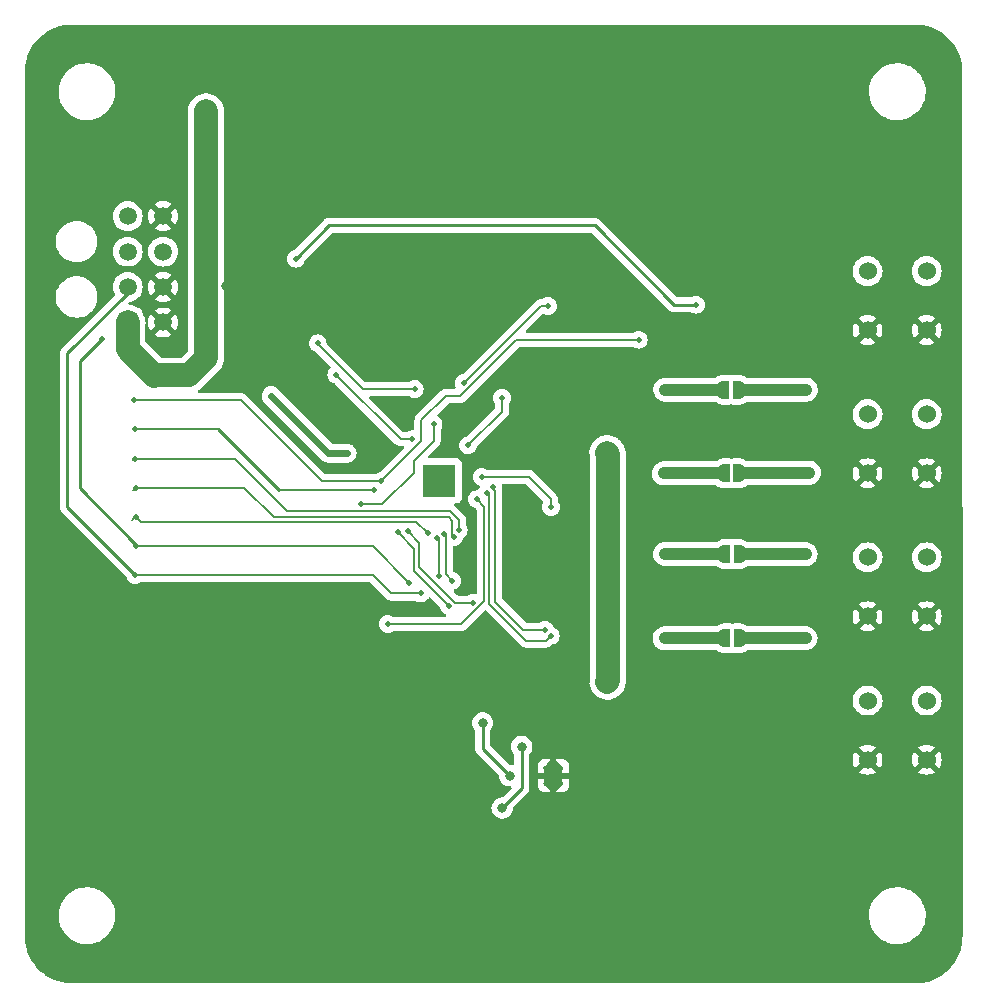
<source format=gbl>
G04 #@! TF.GenerationSoftware,KiCad,Pcbnew,7.0.6-0*
G04 #@! TF.CreationDate,2023-08-16T18:23:02-03:00*
G04 #@! TF.ProjectId,expansao_bateria_rev1.0.0,65787061-6e73-4616-9f5f-626174657269,rev?*
G04 #@! TF.SameCoordinates,Original*
G04 #@! TF.FileFunction,Copper,L2,Bot*
G04 #@! TF.FilePolarity,Positive*
%FSLAX46Y46*%
G04 Gerber Fmt 4.6, Leading zero omitted, Abs format (unit mm)*
G04 Created by KiCad (PCBNEW 7.0.6-0) date 2023-08-16 18:23:02*
%MOMM*%
%LPD*%
G01*
G04 APERTURE LIST*
G04 Aperture macros list*
%AMFreePoly0*
4,1,19,0.500000,-0.750000,0.000000,-0.750000,0.000000,-0.744911,-0.071157,-0.744911,-0.207708,-0.704816,-0.327430,-0.627875,-0.420627,-0.520320,-0.479746,-0.390866,-0.500000,-0.250000,-0.500000,0.250000,-0.479746,0.390866,-0.420627,0.520320,-0.327430,0.627875,-0.207708,0.704816,-0.071157,0.744911,0.000000,0.744911,0.000000,0.750000,0.500000,0.750000,0.500000,-0.750000,0.500000,-0.750000,
$1*%
%AMFreePoly1*
4,1,19,0.000000,0.744911,0.071157,0.744911,0.207708,0.704816,0.327430,0.627875,0.420627,0.520320,0.479746,0.390866,0.500000,0.250000,0.500000,-0.250000,0.479746,-0.390866,0.420627,-0.520320,0.327430,-0.627875,0.207708,-0.704816,0.071157,-0.744911,0.000000,-0.744911,0.000000,-0.750000,-0.500000,-0.750000,-0.500000,0.750000,0.000000,0.750000,0.000000,0.744911,0.000000,0.744911,
$1*%
G04 Aperture macros list end*
G04 #@! TA.AperFunction,ComponentPad*
%ADD10C,0.500000*%
G04 #@! TD*
G04 #@! TA.AperFunction,SMDPad,CuDef*
%ADD11R,1.600000X1.800000*%
G04 #@! TD*
G04 #@! TA.AperFunction,ComponentPad*
%ADD12C,0.600000*%
G04 #@! TD*
G04 #@! TA.AperFunction,SMDPad,CuDef*
%ADD13R,2.800000X2.800000*%
G04 #@! TD*
G04 #@! TA.AperFunction,ComponentPad*
%ADD14C,1.524000*%
G04 #@! TD*
G04 #@! TA.AperFunction,ComponentPad*
%ADD15R,1.520000X1.520000*%
G04 #@! TD*
G04 #@! TA.AperFunction,ComponentPad*
%ADD16C,1.520000*%
G04 #@! TD*
G04 #@! TA.AperFunction,SMDPad,CuDef*
%ADD17FreePoly0,0.000000*%
G04 #@! TD*
G04 #@! TA.AperFunction,SMDPad,CuDef*
%ADD18FreePoly1,0.000000*%
G04 #@! TD*
G04 #@! TA.AperFunction,ViaPad*
%ADD19C,0.800000*%
G04 #@! TD*
G04 #@! TA.AperFunction,ViaPad*
%ADD20C,0.500000*%
G04 #@! TD*
G04 #@! TA.AperFunction,Conductor*
%ADD21C,2.000000*%
G04 #@! TD*
G04 #@! TA.AperFunction,Conductor*
%ADD22C,0.600000*%
G04 #@! TD*
G04 #@! TA.AperFunction,Conductor*
%ADD23C,1.000000*%
G04 #@! TD*
G04 #@! TA.AperFunction,Conductor*
%ADD24C,0.200000*%
G04 #@! TD*
G04 #@! TA.AperFunction,Conductor*
%ADD25C,0.250000*%
G04 #@! TD*
G04 #@! TA.AperFunction,Conductor*
%ADD26C,0.150000*%
G04 #@! TD*
G04 APERTURE END LIST*
D10*
X45392000Y-64300000D03*
X45392000Y-63000000D03*
D11*
X44842000Y-63650000D03*
D10*
X44292000Y-64300000D03*
X44292000Y-63000000D03*
D12*
X34086000Y-37589000D03*
X34086000Y-38689000D03*
X34086000Y-39789000D03*
X35186000Y-37589000D03*
X35186000Y-38689000D03*
D13*
X35186000Y-38689000D03*
D12*
X35186000Y-39789000D03*
X36286000Y-37589000D03*
X36286000Y-38689000D03*
X36286000Y-39789000D03*
D14*
X76442000Y-20936000D03*
X71442000Y-20936000D03*
X76442000Y-25936000D03*
X71442000Y-25936000D03*
X76442000Y-45176000D03*
X71442000Y-45176000D03*
X76442000Y-50176000D03*
X71442000Y-50176000D03*
D15*
X8799000Y-25288000D03*
D16*
X8799000Y-22288000D03*
X8799000Y-19288000D03*
X8799000Y-16288000D03*
X11799000Y-25288000D03*
X11799000Y-22288000D03*
X11799000Y-19288000D03*
X11799000Y-16288000D03*
D14*
X76442000Y-57296000D03*
X71442000Y-57296000D03*
X76442000Y-62296000D03*
X71442000Y-62296000D03*
X76442000Y-33056000D03*
X71442000Y-33056000D03*
X76442000Y-38056000D03*
X71442000Y-38056000D03*
D17*
X59311000Y-52028000D03*
D18*
X60611000Y-52028000D03*
D17*
X59264000Y-38059000D03*
D18*
X60564000Y-38059000D03*
D17*
X59311000Y-44898000D03*
D18*
X60611000Y-44898000D03*
D17*
X59231000Y-30980000D03*
D18*
X60531000Y-30980000D03*
D19*
X49398000Y-36332000D03*
X49405000Y-55721000D03*
X49409000Y-38022000D03*
X49396000Y-37169000D03*
X40537000Y-59909000D03*
D20*
X30812000Y-49052000D03*
D19*
X20659000Y-20767000D03*
D20*
X57609000Y-25490000D03*
D19*
X38599000Y-66682000D03*
X17102000Y-22226000D03*
D20*
X27461000Y-11784000D03*
D19*
X45976000Y-41424000D03*
D20*
X19407000Y-73679000D03*
X27623000Y-6578000D03*
D19*
X27379000Y-18720000D03*
D20*
X26524000Y-12487000D03*
D19*
X47499000Y-49337000D03*
D20*
X50785000Y-61419000D03*
X27168000Y-37687000D03*
X20963000Y-31491000D03*
X27375000Y-36351000D03*
D19*
X54291000Y-44898000D03*
X54253000Y-52028000D03*
X54183000Y-38059000D03*
X54309000Y-30980000D03*
D20*
X34697000Y-33897000D03*
X28586000Y-40694548D03*
X35981144Y-49264256D03*
X31689000Y-43060000D03*
D19*
X42169500Y-61202000D03*
X40508500Y-66405000D03*
D20*
X23029000Y-19885000D03*
X56910000Y-23789000D03*
D19*
X66231000Y-30980000D03*
X66502334Y-37995666D03*
X66202000Y-44891000D03*
X66210000Y-52026000D03*
D20*
X26472000Y-29697000D03*
X32910000Y-35171000D03*
X40492000Y-31661000D03*
X37626000Y-35701000D03*
X44648000Y-40917998D03*
X38779000Y-38363000D03*
X44376000Y-23887000D03*
X37250000Y-30409000D03*
X24889000Y-27057998D03*
X33110000Y-30934000D03*
X38365000Y-40265000D03*
X30841000Y-50804000D03*
X34211454Y-43136246D03*
X9481000Y-41741000D03*
X32526000Y-42978000D03*
X38057000Y-49010000D03*
X6586000Y-26714000D03*
X32620000Y-47316000D03*
X35186000Y-46766000D03*
X34981000Y-43502500D03*
X9532000Y-44207000D03*
X33628000Y-48233000D03*
X9445000Y-46673000D03*
X35612896Y-43202482D03*
X36285000Y-47144000D03*
X9351000Y-31877000D03*
X30285500Y-38711291D03*
X52059000Y-26754000D03*
X36831000Y-42854000D03*
X9435000Y-36809000D03*
D19*
X41145500Y-63650000D03*
X38858500Y-59194000D03*
D20*
X29696103Y-39514103D03*
X9416000Y-34343000D03*
X39717166Y-39199834D03*
X44113001Y-51326000D03*
X39186834Y-39730166D03*
X44616484Y-51811601D03*
X36452625Y-43442334D03*
X9535000Y-39275000D03*
D21*
X49458000Y-55668000D02*
X49458000Y-36392000D01*
X49458000Y-36392000D02*
X49398000Y-36332000D01*
X49405000Y-55721000D02*
X49458000Y-55668000D01*
D22*
X27375000Y-36351000D02*
X25777000Y-36351000D01*
X20963000Y-31537000D02*
X20963000Y-31491000D01*
X25777000Y-36351000D02*
X20963000Y-31537000D01*
D23*
X59311000Y-44898000D02*
X54291000Y-44898000D01*
X59311000Y-52028000D02*
X54253000Y-52028000D01*
X59264000Y-38059000D02*
X54183000Y-38059000D01*
X59231000Y-30980000D02*
X54309000Y-30980000D01*
D24*
X30320452Y-40694548D02*
X33010000Y-38005000D01*
X33010000Y-36977318D02*
X34697000Y-35290318D01*
X28586000Y-40694548D02*
X30320452Y-40694548D01*
X33010000Y-38005000D02*
X33010000Y-36977318D01*
X34697000Y-35290318D02*
X34697000Y-33897000D01*
X33066000Y-46349112D02*
X33066000Y-44437000D01*
X35981144Y-49264256D02*
X33066000Y-46349112D01*
X33066000Y-44437000D02*
X31689000Y-43060000D01*
D25*
X42169500Y-64744000D02*
X40508500Y-66405000D01*
X42169500Y-61202000D02*
X42169500Y-64744000D01*
X55073000Y-23789000D02*
X56910000Y-23789000D01*
X23029000Y-19885000D02*
X25864000Y-17050000D01*
X25864000Y-17050000D02*
X48334000Y-17050000D01*
X48334000Y-17050000D02*
X55073000Y-23789000D01*
D21*
X8799000Y-27551000D02*
X11027500Y-29779500D01*
X8799000Y-25288000D02*
X8799000Y-27551000D01*
X15434000Y-28323000D02*
X15434000Y-7392000D01*
X11027500Y-29779500D02*
X11042000Y-29765000D01*
X13992000Y-29765000D02*
X15434000Y-28323000D01*
X11042000Y-29765000D02*
X13992000Y-29765000D01*
D23*
X66231000Y-30980000D02*
X60531000Y-30980000D01*
X66502334Y-37995666D02*
X66439000Y-38059000D01*
X66439000Y-38059000D02*
X60564000Y-38059000D01*
X60611000Y-44898000D02*
X66195000Y-44898000D01*
X66195000Y-44898000D02*
X66202000Y-44891000D01*
X66210000Y-52026000D02*
X60613000Y-52026000D01*
X60613000Y-52026000D02*
X60611000Y-52028000D01*
D26*
X31904000Y-35171000D02*
X26472000Y-29739000D01*
X32910000Y-35171000D02*
X31904000Y-35171000D01*
X26472000Y-29739000D02*
X26472000Y-29697000D01*
D24*
X37626000Y-35701000D02*
X40492000Y-32835000D01*
X40492000Y-32835000D02*
X40492000Y-31661000D01*
D26*
X42792000Y-38405000D02*
X42792000Y-38363000D01*
X42792000Y-38363000D02*
X38779000Y-38363000D01*
X44648000Y-40917998D02*
X44648000Y-40261000D01*
X44648000Y-40261000D02*
X42792000Y-38405000D01*
X37250000Y-30409000D02*
X43772000Y-23887000D01*
X43772000Y-23887000D02*
X44376000Y-23887000D01*
X33110000Y-30934000D02*
X28696000Y-30934000D01*
X28696000Y-30934000D02*
X24889000Y-27127000D01*
X24889000Y-27127000D02*
X24889000Y-27057998D01*
D24*
X37040818Y-50804000D02*
X30841000Y-50804000D01*
X39011000Y-48833818D02*
X37040818Y-50804000D01*
X39011000Y-40911000D02*
X39011000Y-48833818D01*
X38365000Y-40265000D02*
X39011000Y-40911000D01*
X33251264Y-42176056D02*
X34211454Y-43136246D01*
X9481000Y-41741000D02*
X9176000Y-42046000D01*
X9916056Y-42176056D02*
X33251264Y-42176056D01*
X9481000Y-41741000D02*
X9916056Y-42176056D01*
X33466000Y-45972000D02*
X36504000Y-49010000D01*
X32526000Y-42978000D02*
X33466000Y-43918000D01*
X36504000Y-49010000D02*
X38057000Y-49010000D01*
X33466000Y-43918000D02*
X33466000Y-45972000D01*
X35186000Y-43707500D02*
X34981000Y-43502500D01*
X29534000Y-44230000D02*
X32620000Y-47316000D01*
D25*
X9532000Y-44123000D02*
X4723000Y-39314000D01*
X5760000Y-27540000D02*
X6586000Y-26714000D01*
D24*
X9532000Y-44207000D02*
X29534000Y-44207000D01*
X35186000Y-46766000D02*
X35186000Y-43707500D01*
D25*
X4723000Y-28574000D02*
X5757000Y-27540000D01*
X9532000Y-44207000D02*
X9532000Y-44123000D01*
X5757000Y-27540000D02*
X5760000Y-27540000D01*
X4723000Y-39314000D02*
X4723000Y-28574000D01*
D24*
X29534000Y-44207000D02*
X29534000Y-44230000D01*
X33628000Y-48233000D02*
X31137000Y-48233000D01*
X29577000Y-46673000D02*
X9445000Y-46673000D01*
D25*
X9434000Y-46673000D02*
X9445000Y-46673000D01*
D24*
X31137000Y-48233000D02*
X29577000Y-46673000D01*
D25*
X8799000Y-22796000D02*
X3687000Y-27908000D01*
D24*
X35736000Y-46435000D02*
X35736000Y-46595000D01*
D25*
X3687000Y-27908000D02*
X3687000Y-40926000D01*
D24*
X35612896Y-43202482D02*
X35736000Y-43325586D01*
D25*
X8799000Y-22288000D02*
X8799000Y-22796000D01*
D24*
X35736000Y-46595000D02*
X36285000Y-47144000D01*
X35736000Y-43325586D02*
X35736000Y-46435000D01*
D25*
X3687000Y-40926000D02*
X9434000Y-46673000D01*
D24*
X30285500Y-38711291D02*
X25222291Y-38711291D01*
X35741000Y-31512000D02*
X36924818Y-31512000D01*
X9351000Y-31877000D02*
X9342000Y-31886000D01*
X25222291Y-38711291D02*
X18388000Y-31877000D01*
X41580000Y-26848000D02*
X41674000Y-26754000D01*
X18388000Y-31877000D02*
X9351000Y-31877000D01*
X41580000Y-26856818D02*
X41580000Y-26848000D01*
X36924818Y-31512000D02*
X41580000Y-26856818D01*
X33676000Y-35320791D02*
X33676000Y-33577000D01*
X33676000Y-33577000D02*
X35741000Y-31512000D01*
X41674000Y-26754000D02*
X52059000Y-26754000D01*
X30285500Y-38711291D02*
X33676000Y-35320791D01*
X36071952Y-41244048D02*
X36831000Y-42003096D01*
X9435000Y-36809000D02*
X17870000Y-36809000D01*
X22286048Y-41244048D02*
X36071952Y-41244048D01*
X9435000Y-36809000D02*
X9278000Y-36966000D01*
X21982866Y-40921866D02*
X21982866Y-40940866D01*
X36831000Y-42003096D02*
X36831000Y-42854000D01*
X17870000Y-36809000D02*
X21982866Y-40921866D01*
X21982866Y-40940866D02*
X22286048Y-41244048D01*
D25*
X41145500Y-63650000D02*
X38858500Y-61363000D01*
X38858500Y-61363000D02*
X38858500Y-59194000D01*
D24*
X16441000Y-34343000D02*
X9416000Y-34343000D01*
X29696103Y-39514103D02*
X21612103Y-39514103D01*
X9416000Y-34343000D02*
X9333000Y-34426000D01*
D25*
X21612103Y-39514103D02*
X16441000Y-34343000D01*
D24*
X42289200Y-51326000D02*
X39883000Y-48919800D01*
X44113001Y-51326000D02*
X42289200Y-51326000D01*
X39717166Y-39411967D02*
X39717166Y-39199834D01*
X39883000Y-48919800D02*
X39883000Y-39577801D01*
X39883000Y-39577801D02*
X39717166Y-39411967D01*
X39398967Y-39730166D02*
X39186834Y-39730166D01*
X39433000Y-39764199D02*
X39398967Y-39730166D01*
X44616484Y-51811601D02*
X44207652Y-52220433D01*
X39433000Y-49106200D02*
X39433000Y-39764199D01*
X42547233Y-52220433D02*
X39433000Y-49106200D01*
X44207652Y-52220433D02*
X42547233Y-52220433D01*
X9283000Y-39469000D02*
X9496000Y-39469000D01*
X9496000Y-39469000D02*
X9496000Y-39256000D01*
X36281000Y-42083000D02*
X36281000Y-43270709D01*
X9477000Y-39275000D02*
X18648000Y-39275000D01*
X9246000Y-39506000D02*
X9283000Y-39469000D01*
X21149056Y-41776056D02*
X35974056Y-41776056D01*
X18648000Y-39275000D02*
X21149056Y-41776056D01*
X9496000Y-39256000D02*
X9477000Y-39275000D01*
X35974056Y-41776056D02*
X36281000Y-42083000D01*
X36281000Y-43270709D02*
X36452625Y-43442334D01*
G04 #@! TA.AperFunction,Conductor*
G36*
X75479423Y-64566D02*
G01*
X75518986Y-66394D01*
X75650950Y-72495D01*
X75850549Y-82302D01*
X75856048Y-82819D01*
X76041357Y-108668D01*
X76227828Y-136329D01*
X76232871Y-137294D01*
X76417341Y-180681D01*
X76598221Y-225989D01*
X76602797Y-227327D01*
X76783568Y-287916D01*
X76958339Y-350450D01*
X76962471Y-352100D01*
X77020986Y-377936D01*
X77137474Y-429370D01*
X77304973Y-508592D01*
X77308601Y-510457D01*
X77476128Y-603770D01*
X77476142Y-603778D01*
X77634964Y-698972D01*
X77638119Y-700996D01*
X77796603Y-809559D01*
X77945377Y-919897D01*
X77948001Y-921957D01*
X78096027Y-1044876D01*
X78233321Y-1169314D01*
X78235514Y-1171402D01*
X78370596Y-1306484D01*
X78372695Y-1308688D01*
X78497129Y-1445980D01*
X78620034Y-1593989D01*
X78622109Y-1596632D01*
X78732443Y-1745400D01*
X78841002Y-1903879D01*
X78843032Y-1907044D01*
X78938221Y-2065857D01*
X79031527Y-2233371D01*
X79033410Y-2237034D01*
X79112638Y-2404547D01*
X79189899Y-2579527D01*
X79191558Y-2583685D01*
X79254093Y-2758459D01*
X79314662Y-2939173D01*
X79316018Y-2943812D01*
X79361317Y-3124654D01*
X79404696Y-3309090D01*
X79405672Y-3314189D01*
X79433337Y-3500689D01*
X79459177Y-3685933D01*
X79459697Y-3691459D01*
X79469512Y-3891238D01*
X79477434Y-4062578D01*
X79477500Y-4065436D01*
X79483499Y-77256560D01*
X79483433Y-77259427D01*
X79475513Y-77430837D01*
X79465707Y-77630539D01*
X79465187Y-77636066D01*
X79439346Y-77821341D01*
X79411689Y-78007807D01*
X79410713Y-78012906D01*
X79367328Y-78197388D01*
X79322044Y-78378180D01*
X79320688Y-78382820D01*
X79260113Y-78563564D01*
X79197580Y-78738338D01*
X79195921Y-78742496D01*
X79118654Y-78917494D01*
X79039452Y-79084958D01*
X79037569Y-79088619D01*
X78944247Y-79256171D01*
X78849053Y-79414994D01*
X78847023Y-79418159D01*
X78738471Y-79576626D01*
X78628146Y-79725384D01*
X78626045Y-79728059D01*
X78503167Y-79876037D01*
X78378720Y-80013343D01*
X78376621Y-80015547D01*
X78241547Y-80150621D01*
X78239343Y-80152720D01*
X78102037Y-80277167D01*
X77954059Y-80400045D01*
X77951384Y-80402146D01*
X77802626Y-80512471D01*
X77644159Y-80621023D01*
X77640994Y-80623053D01*
X77482171Y-80718247D01*
X77314619Y-80811569D01*
X77310958Y-80813452D01*
X77143494Y-80892654D01*
X76968496Y-80969921D01*
X76964338Y-80971580D01*
X76789564Y-81034113D01*
X76608820Y-81094688D01*
X76604180Y-81096044D01*
X76423388Y-81141328D01*
X76238905Y-81184714D01*
X76233805Y-81185690D01*
X76177607Y-81194025D01*
X76159392Y-81195367D01*
X3474520Y-81181647D01*
X3456350Y-81180305D01*
X3334610Y-81162248D01*
X3329510Y-81161272D01*
X3145097Y-81117899D01*
X2964231Y-81072595D01*
X2959591Y-81071238D01*
X2778931Y-81010688D01*
X2664991Y-80969921D01*
X2604063Y-80948121D01*
X2599931Y-80946471D01*
X2531645Y-80916320D01*
X2424993Y-80869228D01*
X2257442Y-80789982D01*
X2253780Y-80788099D01*
X2086306Y-80694818D01*
X1927451Y-80599604D01*
X1924286Y-80597574D01*
X1800049Y-80512471D01*
X1765829Y-80489030D01*
X1617016Y-80378663D01*
X1614423Y-80376627D01*
X1494648Y-80277167D01*
X1466416Y-80253723D01*
X1329096Y-80129264D01*
X1326892Y-80127165D01*
X1191833Y-79992106D01*
X1189734Y-79989902D01*
X1065276Y-79852583D01*
X1035282Y-79816463D01*
X942364Y-79704567D01*
X940344Y-79701993D01*
X829976Y-79553179D01*
X735317Y-79414994D01*
X721424Y-79394712D01*
X719394Y-79391547D01*
X624181Y-79232693D01*
X530899Y-79065218D01*
X529016Y-79061556D01*
X449771Y-78894006D01*
X431307Y-78852189D01*
X372516Y-78719040D01*
X370889Y-78714965D01*
X308311Y-78540068D01*
X297315Y-78507259D01*
X247755Y-78359390D01*
X246412Y-78354800D01*
X201112Y-78173951D01*
X157718Y-77989448D01*
X156753Y-77984408D01*
X129080Y-77797843D01*
X103246Y-77612636D01*
X102729Y-77607157D01*
X92897Y-77407014D01*
X84991Y-77235983D01*
X84926Y-77233196D01*
X84842Y-75439903D01*
X2948793Y-75439903D01*
X2958672Y-75747970D01*
X2958672Y-75747975D01*
X2958673Y-75747978D01*
X3007867Y-76052261D01*
X3052137Y-76201419D01*
X3095571Y-76347763D01*
X3220333Y-76629601D01*
X3220337Y-76629609D01*
X3380123Y-76893193D01*
X3380127Y-76893198D01*
X3380133Y-76893207D01*
X3572297Y-77134174D01*
X3572299Y-77134176D01*
X3572303Y-77134180D01*
X3572304Y-77134181D01*
X3793724Y-77348614D01*
X3960862Y-77473352D01*
X4040741Y-77532968D01*
X4040743Y-77532969D01*
X4040747Y-77532972D01*
X4309318Y-77684228D01*
X4450057Y-77741207D01*
X4595018Y-77799897D01*
X4595023Y-77799898D01*
X4595025Y-77799899D01*
X4893179Y-77878084D01*
X5198883Y-77917500D01*
X5198890Y-77917500D01*
X5429980Y-77917500D01*
X5528814Y-77911154D01*
X5660601Y-77902693D01*
X5963151Y-77843772D01*
X6255683Y-77746644D01*
X6255689Y-77746640D01*
X6255693Y-77746640D01*
X6504066Y-77627030D01*
X6533393Y-77612907D01*
X6791720Y-77444754D01*
X7026424Y-77244948D01*
X7233650Y-77016769D01*
X7409996Y-76763963D01*
X7552567Y-76490683D01*
X7659020Y-76201415D01*
X7727609Y-75900908D01*
X7757206Y-75594098D01*
X7752261Y-75439903D01*
X71557793Y-75439903D01*
X71567672Y-75747970D01*
X71567672Y-75747975D01*
X71567673Y-75747978D01*
X71616867Y-76052261D01*
X71661137Y-76201419D01*
X71704571Y-76347763D01*
X71829333Y-76629601D01*
X71829337Y-76629609D01*
X71989123Y-76893193D01*
X71989127Y-76893198D01*
X71989133Y-76893207D01*
X72181297Y-77134174D01*
X72181299Y-77134176D01*
X72181303Y-77134180D01*
X72181304Y-77134181D01*
X72402724Y-77348614D01*
X72569862Y-77473352D01*
X72649741Y-77532968D01*
X72649743Y-77532969D01*
X72649747Y-77532972D01*
X72918318Y-77684228D01*
X73059057Y-77741207D01*
X73204018Y-77799897D01*
X73204023Y-77799898D01*
X73204025Y-77799899D01*
X73502179Y-77878084D01*
X73807883Y-77917500D01*
X73807890Y-77917500D01*
X74038980Y-77917500D01*
X74137814Y-77911154D01*
X74269601Y-77902693D01*
X74572151Y-77843772D01*
X74864683Y-77746644D01*
X74864689Y-77746640D01*
X74864693Y-77746640D01*
X75113066Y-77627030D01*
X75142393Y-77612907D01*
X75400720Y-77444754D01*
X75635424Y-77244948D01*
X75842650Y-77016769D01*
X76018996Y-76763963D01*
X76161567Y-76490683D01*
X76268020Y-76201415D01*
X76336609Y-75900908D01*
X76366206Y-75594098D01*
X76356327Y-75286022D01*
X76307133Y-74981739D01*
X76219431Y-74686244D01*
X76219429Y-74686239D01*
X76219428Y-74686236D01*
X76094666Y-74404398D01*
X76094663Y-74404391D01*
X75934877Y-74140807D01*
X75934870Y-74140799D01*
X75934866Y-74140792D01*
X75742702Y-73899825D01*
X75742700Y-73899823D01*
X75521279Y-73685389D01*
X75521276Y-73685386D01*
X75392450Y-73589241D01*
X75274258Y-73501031D01*
X75274253Y-73501028D01*
X75005682Y-73349772D01*
X74968383Y-73334671D01*
X74719981Y-73234102D01*
X74552660Y-73190226D01*
X74421821Y-73155916D01*
X74116117Y-73116500D01*
X73885026Y-73116500D01*
X73885020Y-73116500D01*
X73654406Y-73131306D01*
X73654389Y-73131308D01*
X73351854Y-73190226D01*
X73351849Y-73190228D01*
X73059310Y-73287358D01*
X73059306Y-73287359D01*
X72781613Y-73421089D01*
X72781605Y-73421094D01*
X72523286Y-73589241D01*
X72523276Y-73589248D01*
X72288581Y-73789046D01*
X72288571Y-73789056D01*
X72081354Y-74017225D01*
X72081350Y-74017229D01*
X71905005Y-74270033D01*
X71905003Y-74270037D01*
X71762432Y-74543319D01*
X71762429Y-74543326D01*
X71655981Y-74832580D01*
X71655979Y-74832590D01*
X71587391Y-75133089D01*
X71557794Y-75439902D01*
X71557793Y-75439903D01*
X7752261Y-75439903D01*
X7747327Y-75286022D01*
X7698133Y-74981739D01*
X7610431Y-74686244D01*
X7610429Y-74686239D01*
X7610428Y-74686236D01*
X7485666Y-74404398D01*
X7485663Y-74404391D01*
X7325877Y-74140807D01*
X7325870Y-74140799D01*
X7325866Y-74140792D01*
X7133702Y-73899825D01*
X7133700Y-73899823D01*
X6912279Y-73685389D01*
X6912276Y-73685386D01*
X6783450Y-73589241D01*
X6665258Y-73501031D01*
X6665253Y-73501028D01*
X6396682Y-73349772D01*
X6359383Y-73334671D01*
X6110981Y-73234102D01*
X5943660Y-73190226D01*
X5812821Y-73155916D01*
X5507117Y-73116500D01*
X5276026Y-73116500D01*
X5276020Y-73116500D01*
X5045406Y-73131306D01*
X5045389Y-73131308D01*
X4742854Y-73190226D01*
X4742849Y-73190228D01*
X4450310Y-73287358D01*
X4450306Y-73287359D01*
X4172613Y-73421089D01*
X4172605Y-73421094D01*
X3914286Y-73589241D01*
X3914276Y-73589248D01*
X3679581Y-73789046D01*
X3679571Y-73789056D01*
X3472354Y-74017225D01*
X3472350Y-74017229D01*
X3296005Y-74270033D01*
X3296003Y-74270037D01*
X3153432Y-74543319D01*
X3153429Y-74543326D01*
X3046981Y-74832580D01*
X3046979Y-74832590D01*
X2978391Y-75133089D01*
X2948794Y-75439902D01*
X2948793Y-75439903D01*
X84842Y-75439903D01*
X84081Y-59194000D01*
X37953040Y-59194000D01*
X37972826Y-59382256D01*
X37972827Y-59382259D01*
X38031318Y-59562277D01*
X38031321Y-59562284D01*
X38125967Y-59726216D01*
X38169272Y-59774310D01*
X38201150Y-59809715D01*
X38231380Y-59872706D01*
X38233000Y-59892687D01*
X38233000Y-61280255D01*
X38231275Y-61295872D01*
X38231561Y-61295899D01*
X38230826Y-61303665D01*
X38233000Y-61372814D01*
X38233000Y-61402343D01*
X38233001Y-61402360D01*
X38233868Y-61409231D01*
X38234326Y-61415050D01*
X38235790Y-61461624D01*
X38235791Y-61461627D01*
X38241380Y-61480867D01*
X38245324Y-61499911D01*
X38247836Y-61519791D01*
X38264990Y-61563119D01*
X38266882Y-61568647D01*
X38279881Y-61613388D01*
X38290080Y-61630634D01*
X38298638Y-61648103D01*
X38306014Y-61666732D01*
X38333398Y-61704423D01*
X38336606Y-61709307D01*
X38360327Y-61749416D01*
X38360333Y-61749424D01*
X38374490Y-61763580D01*
X38387128Y-61778376D01*
X38398905Y-61794586D01*
X38398906Y-61794587D01*
X38434809Y-61824288D01*
X38439120Y-61828210D01*
X39958649Y-63347740D01*
X40206538Y-63595629D01*
X40240023Y-63656952D01*
X40242178Y-63670348D01*
X40250468Y-63749227D01*
X40259826Y-63838256D01*
X40259827Y-63838259D01*
X40318318Y-64018277D01*
X40318321Y-64018284D01*
X40412967Y-64182216D01*
X40539628Y-64322888D01*
X40539629Y-64322888D01*
X40692765Y-64434148D01*
X40692770Y-64434151D01*
X40865692Y-64511142D01*
X40865697Y-64511144D01*
X41050854Y-64550500D01*
X41050855Y-64550500D01*
X41179047Y-64550500D01*
X41246086Y-64570185D01*
X41291841Y-64622989D01*
X41301785Y-64692147D01*
X41272760Y-64755703D01*
X41266728Y-64762181D01*
X40560728Y-65468181D01*
X40499405Y-65501666D01*
X40473047Y-65504500D01*
X40413854Y-65504500D01*
X40381397Y-65511398D01*
X40228697Y-65543855D01*
X40228692Y-65543857D01*
X40055770Y-65620848D01*
X40055765Y-65620851D01*
X39902629Y-65732111D01*
X39775966Y-65872785D01*
X39681321Y-66036715D01*
X39681318Y-66036722D01*
X39622827Y-66216740D01*
X39622826Y-66216744D01*
X39603040Y-66405000D01*
X39622826Y-66593256D01*
X39622827Y-66593259D01*
X39681318Y-66773277D01*
X39681321Y-66773284D01*
X39775967Y-66937216D01*
X39902629Y-67077888D01*
X40055765Y-67189148D01*
X40055770Y-67189151D01*
X40228692Y-67266142D01*
X40228697Y-67266144D01*
X40413854Y-67305500D01*
X40413855Y-67305500D01*
X40603144Y-67305500D01*
X40603146Y-67305500D01*
X40788303Y-67266144D01*
X40961230Y-67189151D01*
X41114371Y-67077888D01*
X41241033Y-66937216D01*
X41335679Y-66773284D01*
X41394174Y-66593256D01*
X41411821Y-66425345D01*
X41438405Y-66360732D01*
X41447452Y-66350636D01*
X42553286Y-65244802D01*
X42565548Y-65234980D01*
X42565365Y-65234759D01*
X42571367Y-65229792D01*
X42571377Y-65229786D01*
X42618741Y-65179348D01*
X42639620Y-65158470D01*
X42643873Y-65152986D01*
X42647650Y-65148563D01*
X42679562Y-65114582D01*
X42689214Y-65097023D01*
X42699889Y-65080772D01*
X42712174Y-65064936D01*
X42730686Y-65022152D01*
X42733242Y-65016935D01*
X42755697Y-64976092D01*
X42760680Y-64956680D01*
X42766977Y-64938291D01*
X42774938Y-64919895D01*
X42782229Y-64873853D01*
X42783408Y-64868162D01*
X42795000Y-64823019D01*
X42795000Y-64802982D01*
X42796527Y-64783582D01*
X42799660Y-64763803D01*
X42799660Y-64763800D01*
X42798522Y-64751768D01*
X42795272Y-64717394D01*
X42795000Y-64711599D01*
X42795000Y-64300000D01*
X43537254Y-64300000D01*
X43541610Y-64338656D01*
X43542000Y-64345604D01*
X43542000Y-64597844D01*
X43548401Y-64657372D01*
X43548403Y-64657379D01*
X43598645Y-64792086D01*
X43598649Y-64792093D01*
X43684809Y-64907187D01*
X43684812Y-64907190D01*
X43799906Y-64993350D01*
X43799913Y-64993354D01*
X43934620Y-65043596D01*
X43934627Y-65043598D01*
X43994155Y-65049999D01*
X43994172Y-65050000D01*
X44246395Y-65050000D01*
X44253343Y-65050390D01*
X44291998Y-65054746D01*
X44292002Y-65054746D01*
X44330657Y-65050390D01*
X44337605Y-65050000D01*
X44592000Y-65050000D01*
X45092000Y-65050000D01*
X45346395Y-65050000D01*
X45353343Y-65050390D01*
X45391998Y-65054746D01*
X45392002Y-65054746D01*
X45430657Y-65050390D01*
X45437605Y-65050000D01*
X45689828Y-65050000D01*
X45689844Y-65049999D01*
X45749372Y-65043598D01*
X45749379Y-65043596D01*
X45884086Y-64993354D01*
X45884093Y-64993350D01*
X45999187Y-64907190D01*
X45999190Y-64907187D01*
X46085350Y-64792093D01*
X46085354Y-64792086D01*
X46135596Y-64657379D01*
X46135598Y-64657372D01*
X46141999Y-64597844D01*
X46142000Y-64597827D01*
X46142000Y-64345604D01*
X46142390Y-64338656D01*
X46146746Y-64300000D01*
X46146746Y-64299999D01*
X46142390Y-64261343D01*
X46142000Y-64254395D01*
X46142000Y-63900000D01*
X45345553Y-63900000D01*
X45392000Y-63946447D01*
X45657871Y-64212319D01*
X45691356Y-64273642D01*
X45686372Y-64343334D01*
X45657871Y-64387681D01*
X45092000Y-64953552D01*
X45092000Y-65050000D01*
X44592000Y-65050000D01*
X44592000Y-64953553D01*
X44026128Y-64387681D01*
X43995992Y-64332492D01*
X44192000Y-64332492D01*
X44230197Y-64385065D01*
X44276162Y-64400000D01*
X44307838Y-64400000D01*
X44353803Y-64385065D01*
X44392000Y-64332492D01*
X45292000Y-64332492D01*
X45330197Y-64385065D01*
X45376162Y-64400000D01*
X45407838Y-64400000D01*
X45453803Y-64385065D01*
X45492000Y-64332492D01*
X45492000Y-64267508D01*
X45453803Y-64214935D01*
X45407838Y-64200000D01*
X45376162Y-64200000D01*
X45330197Y-64214935D01*
X45292000Y-64267508D01*
X45292000Y-64332492D01*
X44392000Y-64332492D01*
X44392000Y-64267508D01*
X44353803Y-64214935D01*
X44307838Y-64200000D01*
X44276162Y-64200000D01*
X44230197Y-64214935D01*
X44192000Y-64267508D01*
X44192000Y-64332492D01*
X43995992Y-64332492D01*
X43992643Y-64326358D01*
X43997627Y-64256666D01*
X44026128Y-64212319D01*
X44338447Y-63900000D01*
X43542000Y-63900000D01*
X43542000Y-64254395D01*
X43541610Y-64261343D01*
X43537254Y-64299999D01*
X43537254Y-64300000D01*
X42795000Y-64300000D01*
X42795000Y-63000000D01*
X43537254Y-63000000D01*
X43541610Y-63038656D01*
X43542000Y-63045604D01*
X43542000Y-63400000D01*
X44338447Y-63400000D01*
X44338447Y-63399999D01*
X44026128Y-63087680D01*
X43995993Y-63032492D01*
X44192000Y-63032492D01*
X44230197Y-63085065D01*
X44276162Y-63100000D01*
X44307838Y-63100000D01*
X44353803Y-63085065D01*
X44392000Y-63032492D01*
X45292000Y-63032492D01*
X45330197Y-63085065D01*
X45376162Y-63100000D01*
X45407838Y-63100000D01*
X45453803Y-63085065D01*
X45492000Y-63032492D01*
X45492000Y-62967508D01*
X45453803Y-62914935D01*
X45407838Y-62900000D01*
X45376162Y-62900000D01*
X45330197Y-62914935D01*
X45292000Y-62967508D01*
X45292000Y-63032492D01*
X44392000Y-63032492D01*
X44392000Y-62967508D01*
X44353803Y-62914935D01*
X44307838Y-62900000D01*
X44276162Y-62900000D01*
X44230197Y-62914935D01*
X44192000Y-62967508D01*
X44192000Y-63032492D01*
X43995993Y-63032492D01*
X43992643Y-63026357D01*
X43997627Y-62956665D01*
X44026128Y-62912318D01*
X44292000Y-62646447D01*
X44591999Y-62346447D01*
X45092000Y-62346447D01*
X45657871Y-62912318D01*
X45691356Y-62973641D01*
X45686372Y-63043333D01*
X45657871Y-63087680D01*
X45345552Y-63399999D01*
X45345553Y-63400000D01*
X46142000Y-63400000D01*
X46142000Y-63045604D01*
X46142390Y-63038656D01*
X46146746Y-63000000D01*
X46146746Y-62999999D01*
X46142390Y-62961343D01*
X46142000Y-62954395D01*
X46142000Y-62702172D01*
X46141999Y-62702155D01*
X46135598Y-62642627D01*
X46135596Y-62642620D01*
X46085354Y-62507913D01*
X46085350Y-62507906D01*
X45999190Y-62392812D01*
X45999187Y-62392809D01*
X45884093Y-62306649D01*
X45884086Y-62306645D01*
X45855545Y-62296000D01*
X70175179Y-62296000D01*
X70194424Y-62515976D01*
X70194426Y-62515986D01*
X70251575Y-62729270D01*
X70251580Y-62729284D01*
X70344899Y-62929407D01*
X70344900Y-62929409D01*
X70390258Y-62994187D01*
X71057096Y-62327349D01*
X71057051Y-62327898D01*
X71088266Y-62451162D01*
X71157813Y-62557612D01*
X71258157Y-62635713D01*
X71378422Y-62677000D01*
X71414553Y-62677000D01*
X70743811Y-63347741D01*
X70808582Y-63393094D01*
X70808592Y-63393100D01*
X71008715Y-63486419D01*
X71008729Y-63486424D01*
X71222013Y-63543573D01*
X71222023Y-63543575D01*
X71441999Y-63562821D01*
X71442001Y-63562821D01*
X71661976Y-63543575D01*
X71661986Y-63543573D01*
X71875270Y-63486424D01*
X71875284Y-63486419D01*
X72075408Y-63393100D01*
X72075420Y-63393093D01*
X72140186Y-63347742D01*
X72140187Y-63347740D01*
X71469448Y-62677000D01*
X71473569Y-62677000D01*
X71567421Y-62661339D01*
X71679251Y-62600820D01*
X71765371Y-62507269D01*
X71816448Y-62390823D01*
X71822105Y-62322551D01*
X72493741Y-62994187D01*
X72493742Y-62994186D01*
X72539093Y-62929420D01*
X72539100Y-62929408D01*
X72632419Y-62729284D01*
X72632424Y-62729270D01*
X72689573Y-62515986D01*
X72689575Y-62515976D01*
X72708821Y-62296000D01*
X75175179Y-62296000D01*
X75194424Y-62515976D01*
X75194426Y-62515986D01*
X75251575Y-62729270D01*
X75251580Y-62729284D01*
X75344899Y-62929407D01*
X75344900Y-62929409D01*
X75390258Y-62994187D01*
X76057096Y-62327349D01*
X76057051Y-62327898D01*
X76088266Y-62451162D01*
X76157813Y-62557612D01*
X76258157Y-62635713D01*
X76378422Y-62677000D01*
X76414553Y-62677000D01*
X75743811Y-63347741D01*
X75808582Y-63393094D01*
X75808592Y-63393100D01*
X76008715Y-63486419D01*
X76008729Y-63486424D01*
X76222013Y-63543573D01*
X76222023Y-63543575D01*
X76441999Y-63562821D01*
X76442001Y-63562821D01*
X76661976Y-63543575D01*
X76661986Y-63543573D01*
X76875270Y-63486424D01*
X76875284Y-63486419D01*
X77075408Y-63393100D01*
X77075420Y-63393093D01*
X77140186Y-63347742D01*
X77140187Y-63347740D01*
X76469448Y-62677000D01*
X76473569Y-62677000D01*
X76567421Y-62661339D01*
X76679251Y-62600820D01*
X76765371Y-62507269D01*
X76816448Y-62390823D01*
X76822105Y-62322551D01*
X77493741Y-62994187D01*
X77493742Y-62994186D01*
X77539093Y-62929420D01*
X77539100Y-62929408D01*
X77632419Y-62729284D01*
X77632424Y-62729270D01*
X77689573Y-62515986D01*
X77689575Y-62515976D01*
X77708821Y-62296000D01*
X77708821Y-62295999D01*
X77689575Y-62076023D01*
X77689573Y-62076013D01*
X77632424Y-61862729D01*
X77632420Y-61862720D01*
X77539098Y-61662590D01*
X77493740Y-61597811D01*
X76826903Y-62264647D01*
X76826949Y-62264102D01*
X76795734Y-62140838D01*
X76726187Y-62034388D01*
X76625843Y-61956287D01*
X76505578Y-61915000D01*
X76469447Y-61915000D01*
X77140187Y-61244258D01*
X77075409Y-61198900D01*
X77075407Y-61198899D01*
X76875284Y-61105580D01*
X76875270Y-61105575D01*
X76661986Y-61048426D01*
X76661976Y-61048424D01*
X76442001Y-61029179D01*
X76441999Y-61029179D01*
X76222023Y-61048424D01*
X76222013Y-61048426D01*
X76008729Y-61105575D01*
X76008720Y-61105579D01*
X75808586Y-61198903D01*
X75743812Y-61244257D01*
X75743811Y-61244258D01*
X76414554Y-61915000D01*
X76410431Y-61915000D01*
X76316579Y-61930661D01*
X76204749Y-61991180D01*
X76118629Y-62084731D01*
X76067552Y-62201177D01*
X76061894Y-62269447D01*
X75390258Y-61597811D01*
X75390257Y-61597812D01*
X75344903Y-61662586D01*
X75251579Y-61862720D01*
X75251575Y-61862729D01*
X75194426Y-62076013D01*
X75194424Y-62076023D01*
X75175179Y-62295999D01*
X75175179Y-62296000D01*
X72708821Y-62296000D01*
X72708821Y-62295999D01*
X72689575Y-62076023D01*
X72689573Y-62076013D01*
X72632424Y-61862729D01*
X72632420Y-61862720D01*
X72539098Y-61662590D01*
X72493740Y-61597811D01*
X71826903Y-62264647D01*
X71826949Y-62264102D01*
X71795734Y-62140838D01*
X71726187Y-62034388D01*
X71625843Y-61956287D01*
X71505578Y-61915000D01*
X71469447Y-61915000D01*
X72140187Y-61244258D01*
X72075409Y-61198900D01*
X72075407Y-61198899D01*
X71875284Y-61105580D01*
X71875270Y-61105575D01*
X71661986Y-61048426D01*
X71661976Y-61048424D01*
X71442001Y-61029179D01*
X71441999Y-61029179D01*
X71222023Y-61048424D01*
X71222013Y-61048426D01*
X71008729Y-61105575D01*
X71008720Y-61105579D01*
X70808586Y-61198903D01*
X70743812Y-61244257D01*
X70743811Y-61244258D01*
X71414554Y-61915000D01*
X71410431Y-61915000D01*
X71316579Y-61930661D01*
X71204749Y-61991180D01*
X71118629Y-62084731D01*
X71067552Y-62201177D01*
X71061894Y-62269447D01*
X70390258Y-61597811D01*
X70390257Y-61597812D01*
X70344903Y-61662586D01*
X70251579Y-61862720D01*
X70251575Y-61862729D01*
X70194426Y-62076013D01*
X70194424Y-62076023D01*
X70175179Y-62295999D01*
X70175179Y-62296000D01*
X45855545Y-62296000D01*
X45749379Y-62256403D01*
X45749372Y-62256401D01*
X45689844Y-62250000D01*
X45437605Y-62250000D01*
X45430657Y-62249610D01*
X45392002Y-62245254D01*
X45391998Y-62245254D01*
X45353343Y-62249610D01*
X45346395Y-62250000D01*
X45092000Y-62250000D01*
X45092000Y-62346447D01*
X44591999Y-62346447D01*
X44592000Y-62346446D01*
X44592000Y-62250000D01*
X44337605Y-62250000D01*
X44330657Y-62249610D01*
X44292002Y-62245254D01*
X44291998Y-62245254D01*
X44253343Y-62249610D01*
X44246395Y-62250000D01*
X43994155Y-62250000D01*
X43934627Y-62256401D01*
X43934620Y-62256403D01*
X43799913Y-62306645D01*
X43799906Y-62306649D01*
X43684812Y-62392809D01*
X43684809Y-62392812D01*
X43598649Y-62507906D01*
X43598645Y-62507913D01*
X43548403Y-62642620D01*
X43548401Y-62642627D01*
X43542000Y-62702155D01*
X43542000Y-62954395D01*
X43541610Y-62961343D01*
X43537254Y-62999999D01*
X43537254Y-63000000D01*
X42795000Y-63000000D01*
X42795000Y-61900687D01*
X42814685Y-61833648D01*
X42826850Y-61817715D01*
X42847675Y-61794586D01*
X42902033Y-61734216D01*
X42996679Y-61570284D01*
X43055174Y-61390256D01*
X43074960Y-61202000D01*
X43055174Y-61013744D01*
X42996679Y-60833716D01*
X42902033Y-60669784D01*
X42775371Y-60529112D01*
X42775370Y-60529111D01*
X42622234Y-60417851D01*
X42622229Y-60417848D01*
X42449307Y-60340857D01*
X42449302Y-60340855D01*
X42303501Y-60309865D01*
X42264146Y-60301500D01*
X42074854Y-60301500D01*
X42042397Y-60308398D01*
X41889697Y-60340855D01*
X41889692Y-60340857D01*
X41716770Y-60417848D01*
X41716765Y-60417851D01*
X41563629Y-60529111D01*
X41436966Y-60669785D01*
X41342321Y-60833715D01*
X41342318Y-60833722D01*
X41283827Y-61013740D01*
X41283826Y-61013744D01*
X41264040Y-61202000D01*
X41283826Y-61390256D01*
X41283827Y-61390259D01*
X41342318Y-61570277D01*
X41342321Y-61570284D01*
X41436967Y-61734216D01*
X41463407Y-61763580D01*
X41512150Y-61817715D01*
X41542380Y-61880706D01*
X41544000Y-61900687D01*
X41544000Y-62660958D01*
X41524315Y-62727997D01*
X41471511Y-62773752D01*
X41402353Y-62783696D01*
X41394220Y-62782249D01*
X41369729Y-62777043D01*
X41240146Y-62749500D01*
X41240142Y-62749500D01*
X41180953Y-62749500D01*
X41113914Y-62729815D01*
X41093272Y-62713181D01*
X39520319Y-61140228D01*
X39486834Y-61078905D01*
X39484000Y-61052547D01*
X39484000Y-59892687D01*
X39503685Y-59825648D01*
X39515850Y-59809715D01*
X39534391Y-59789122D01*
X39591033Y-59726216D01*
X39685679Y-59562284D01*
X39744174Y-59382256D01*
X39763960Y-59194000D01*
X39744174Y-59005744D01*
X39685679Y-58825716D01*
X39591033Y-58661784D01*
X39464371Y-58521112D01*
X39464370Y-58521111D01*
X39311234Y-58409851D01*
X39311229Y-58409848D01*
X39138307Y-58332857D01*
X39138302Y-58332855D01*
X38992500Y-58301865D01*
X38953146Y-58293500D01*
X38763854Y-58293500D01*
X38731397Y-58300398D01*
X38578697Y-58332855D01*
X38578692Y-58332857D01*
X38405770Y-58409848D01*
X38405765Y-58409851D01*
X38252629Y-58521111D01*
X38125966Y-58661785D01*
X38031321Y-58825715D01*
X38031318Y-58825722D01*
X37972827Y-59005740D01*
X37972826Y-59005744D01*
X37953040Y-59194000D01*
X84081Y-59194000D01*
X83992Y-57296002D01*
X70174677Y-57296002D01*
X70193929Y-57516062D01*
X70193930Y-57516070D01*
X70251104Y-57729445D01*
X70251105Y-57729447D01*
X70251106Y-57729450D01*
X70344466Y-57929661D01*
X70344466Y-57929662D01*
X70344468Y-57929666D01*
X70471170Y-58110615D01*
X70471175Y-58110621D01*
X70627378Y-58266824D01*
X70627384Y-58266829D01*
X70808333Y-58393531D01*
X70808335Y-58393532D01*
X70808338Y-58393534D01*
X71008550Y-58486894D01*
X71221932Y-58544070D01*
X71379123Y-58557822D01*
X71441998Y-58563323D01*
X71442000Y-58563323D01*
X71442002Y-58563323D01*
X71497016Y-58558509D01*
X71662068Y-58544070D01*
X71875450Y-58486894D01*
X72075662Y-58393534D01*
X72256620Y-58266826D01*
X72412826Y-58110620D01*
X72539534Y-57929662D01*
X72632894Y-57729450D01*
X72690070Y-57516068D01*
X72709323Y-57296002D01*
X75174677Y-57296002D01*
X75193929Y-57516062D01*
X75193930Y-57516070D01*
X75251104Y-57729445D01*
X75251105Y-57729447D01*
X75251106Y-57729450D01*
X75344466Y-57929661D01*
X75344466Y-57929662D01*
X75344468Y-57929666D01*
X75471170Y-58110615D01*
X75471175Y-58110621D01*
X75627378Y-58266824D01*
X75627384Y-58266829D01*
X75808333Y-58393531D01*
X75808335Y-58393532D01*
X75808338Y-58393534D01*
X76008550Y-58486894D01*
X76221932Y-58544070D01*
X76379123Y-58557822D01*
X76441998Y-58563323D01*
X76442000Y-58563323D01*
X76442002Y-58563323D01*
X76497016Y-58558509D01*
X76662068Y-58544070D01*
X76875450Y-58486894D01*
X77075662Y-58393534D01*
X77256620Y-58266826D01*
X77412826Y-58110620D01*
X77539534Y-57929662D01*
X77632894Y-57729450D01*
X77690070Y-57516068D01*
X77709323Y-57296000D01*
X77690070Y-57075932D01*
X77632894Y-56862550D01*
X77539534Y-56662339D01*
X77455898Y-56542894D01*
X77412827Y-56481381D01*
X77394173Y-56462727D01*
X77256620Y-56325174D01*
X77256616Y-56325171D01*
X77256615Y-56325170D01*
X77075666Y-56198468D01*
X77075662Y-56198466D01*
X76986482Y-56156881D01*
X76875450Y-56105106D01*
X76875447Y-56105105D01*
X76875445Y-56105104D01*
X76662070Y-56047930D01*
X76662062Y-56047929D01*
X76442002Y-56028677D01*
X76441998Y-56028677D01*
X76221937Y-56047929D01*
X76221929Y-56047930D01*
X76008554Y-56105104D01*
X76008548Y-56105107D01*
X75808340Y-56198465D01*
X75808338Y-56198466D01*
X75627377Y-56325175D01*
X75471175Y-56481377D01*
X75344466Y-56662338D01*
X75344465Y-56662340D01*
X75251107Y-56862548D01*
X75251104Y-56862554D01*
X75193930Y-57075929D01*
X75193929Y-57075937D01*
X75174677Y-57295997D01*
X75174677Y-57296002D01*
X72709323Y-57296002D01*
X72709323Y-57296000D01*
X72690070Y-57075932D01*
X72632894Y-56862550D01*
X72539534Y-56662339D01*
X72455898Y-56542894D01*
X72412827Y-56481381D01*
X72394173Y-56462727D01*
X72256620Y-56325174D01*
X72256616Y-56325171D01*
X72256615Y-56325170D01*
X72075666Y-56198468D01*
X72075662Y-56198466D01*
X71986482Y-56156881D01*
X71875450Y-56105106D01*
X71875447Y-56105105D01*
X71875445Y-56105104D01*
X71662070Y-56047930D01*
X71662062Y-56047929D01*
X71442002Y-56028677D01*
X71441998Y-56028677D01*
X71221937Y-56047929D01*
X71221929Y-56047930D01*
X71008554Y-56105104D01*
X71008548Y-56105107D01*
X70808340Y-56198465D01*
X70808338Y-56198466D01*
X70627377Y-56325175D01*
X70471175Y-56481377D01*
X70344466Y-56662338D01*
X70344465Y-56662340D01*
X70251107Y-56862548D01*
X70251104Y-56862554D01*
X70193930Y-57075929D01*
X70193929Y-57075937D01*
X70174677Y-57295997D01*
X70174677Y-57296002D01*
X83992Y-57296002D01*
X82616Y-27888195D01*
X3056840Y-27888195D01*
X3061225Y-27934583D01*
X3061500Y-27940421D01*
X3061500Y-40843255D01*
X3059775Y-40858872D01*
X3060061Y-40858899D01*
X3059326Y-40866665D01*
X3061500Y-40935814D01*
X3061500Y-40965343D01*
X3061501Y-40965360D01*
X3062368Y-40972231D01*
X3062826Y-40978050D01*
X3064290Y-41024624D01*
X3064291Y-41024627D01*
X3069880Y-41043867D01*
X3073824Y-41062911D01*
X3076336Y-41082792D01*
X3077629Y-41086057D01*
X3093490Y-41126119D01*
X3095382Y-41131647D01*
X3100866Y-41150523D01*
X3108382Y-41176390D01*
X3113319Y-41184739D01*
X3118580Y-41193634D01*
X3127138Y-41211103D01*
X3134514Y-41229732D01*
X3161898Y-41267423D01*
X3165106Y-41272307D01*
X3188827Y-41312416D01*
X3188833Y-41312424D01*
X3202990Y-41326580D01*
X3215628Y-41341376D01*
X3227405Y-41357586D01*
X3227406Y-41357587D01*
X3263309Y-41387288D01*
X3267620Y-41391210D01*
X7389976Y-45513567D01*
X8683946Y-46807537D01*
X8713306Y-46854263D01*
X8764542Y-47000686D01*
X8764547Y-47000697D01*
X8854518Y-47143884D01*
X8854523Y-47143890D01*
X8974109Y-47263476D01*
X8974115Y-47263481D01*
X9117302Y-47353452D01*
X9117305Y-47353454D01*
X9117309Y-47353455D01*
X9117310Y-47353456D01*
X9189913Y-47378860D01*
X9276943Y-47409314D01*
X9444997Y-47428249D01*
X9445000Y-47428249D01*
X9445003Y-47428249D01*
X9613056Y-47409314D01*
X9613059Y-47409313D01*
X9772690Y-47353456D01*
X9869691Y-47292505D01*
X9935663Y-47273500D01*
X29276903Y-47273500D01*
X29343942Y-47293185D01*
X29364584Y-47309819D01*
X30681669Y-48626904D01*
X30687020Y-48633005D01*
X30708718Y-48661282D01*
X30791722Y-48724973D01*
X30834159Y-48757536D01*
X30980238Y-48818044D01*
X31058619Y-48828363D01*
X31136999Y-48838682D01*
X31137000Y-48838682D01*
X31172329Y-48834030D01*
X31180428Y-48833500D01*
X33137337Y-48833500D01*
X33203308Y-48852505D01*
X33300310Y-48913456D01*
X33421621Y-48955904D01*
X33459943Y-48969314D01*
X33627997Y-48988249D01*
X33628000Y-48988249D01*
X33628003Y-48988249D01*
X33796056Y-48969314D01*
X33796059Y-48969313D01*
X33955690Y-48913456D01*
X33955692Y-48913454D01*
X33955694Y-48913454D01*
X33955697Y-48913452D01*
X34098884Y-48823481D01*
X34098885Y-48823480D01*
X34098890Y-48823477D01*
X34218477Y-48703890D01*
X34271992Y-48618720D01*
X34324325Y-48572431D01*
X34393379Y-48561782D01*
X34457227Y-48590157D01*
X34464666Y-48597013D01*
X35207148Y-49339495D01*
X35240633Y-49400818D01*
X35242687Y-49413288D01*
X35244831Y-49432314D01*
X35300688Y-49591948D01*
X35300691Y-49591953D01*
X35390662Y-49735140D01*
X35390667Y-49735146D01*
X35510253Y-49854732D01*
X35510259Y-49854737D01*
X35653446Y-49944708D01*
X35653451Y-49944710D01*
X35653454Y-49944712D01*
X35653457Y-49944713D01*
X35704170Y-49962459D01*
X35760946Y-50003180D01*
X35786693Y-50068133D01*
X35773237Y-50136695D01*
X35724849Y-50187097D01*
X35663215Y-50203500D01*
X31331663Y-50203500D01*
X31265691Y-50184494D01*
X31264610Y-50183815D01*
X31168690Y-50123544D01*
X31130370Y-50110135D01*
X31009056Y-50067685D01*
X30841003Y-50048751D01*
X30840997Y-50048751D01*
X30672943Y-50067685D01*
X30513305Y-50123545D01*
X30513302Y-50123547D01*
X30370115Y-50213518D01*
X30370109Y-50213523D01*
X30250523Y-50333109D01*
X30250518Y-50333115D01*
X30160547Y-50476302D01*
X30160545Y-50476305D01*
X30104685Y-50635943D01*
X30085751Y-50803997D01*
X30085751Y-50804002D01*
X30104685Y-50972056D01*
X30160545Y-51131694D01*
X30160547Y-51131697D01*
X30250518Y-51274884D01*
X30250523Y-51274890D01*
X30370109Y-51394476D01*
X30370115Y-51394481D01*
X30513302Y-51484452D01*
X30513305Y-51484454D01*
X30513309Y-51484455D01*
X30513310Y-51484456D01*
X30546421Y-51496042D01*
X30672943Y-51540314D01*
X30840997Y-51559249D01*
X30841000Y-51559249D01*
X30841003Y-51559249D01*
X31009056Y-51540314D01*
X31009059Y-51540313D01*
X31168690Y-51484456D01*
X31265691Y-51423505D01*
X31331663Y-51404500D01*
X36997390Y-51404500D01*
X37005488Y-51405030D01*
X37040818Y-51409682D01*
X37040819Y-51409682D01*
X37093071Y-51402802D01*
X37197580Y-51389044D01*
X37343659Y-51328536D01*
X37413572Y-51274890D01*
X37469100Y-51232282D01*
X37490802Y-51203998D01*
X37496128Y-51197923D01*
X38998131Y-49695921D01*
X39059450Y-49662439D01*
X39129142Y-49667423D01*
X39173489Y-49695924D01*
X42091902Y-52614337D01*
X42097255Y-52620440D01*
X42115004Y-52643572D01*
X42118951Y-52648715D01*
X42210374Y-52718866D01*
X42244392Y-52744969D01*
X42244395Y-52744970D01*
X42244396Y-52744971D01*
X42298355Y-52767321D01*
X42390471Y-52805477D01*
X42526592Y-52823398D01*
X42547232Y-52826116D01*
X42547233Y-52826116D01*
X42582567Y-52821463D01*
X42590667Y-52820933D01*
X44164224Y-52820933D01*
X44172322Y-52821463D01*
X44207652Y-52826115D01*
X44207653Y-52826115D01*
X44259905Y-52819235D01*
X44364414Y-52805477D01*
X44510493Y-52744969D01*
X44544511Y-52718866D01*
X44635934Y-52648715D01*
X44657635Y-52620432D01*
X44662963Y-52614355D01*
X44691724Y-52585594D01*
X44753045Y-52552111D01*
X44765508Y-52550058D01*
X44784543Y-52547914D01*
X44944174Y-52492057D01*
X44944177Y-52492054D01*
X44944181Y-52492053D01*
X45087368Y-52402082D01*
X45087369Y-52402081D01*
X45087374Y-52402078D01*
X45206961Y-52282491D01*
X45208487Y-52280063D01*
X45296936Y-52139298D01*
X45296938Y-52139295D01*
X45296938Y-52139293D01*
X45296940Y-52139291D01*
X45352797Y-51979660D01*
X45352797Y-51979659D01*
X45352798Y-51979657D01*
X45371733Y-51811603D01*
X45371733Y-51811598D01*
X45352798Y-51643544D01*
X45301183Y-51496037D01*
X45296940Y-51483911D01*
X45296939Y-51483910D01*
X45296938Y-51483906D01*
X45296936Y-51483903D01*
X45206965Y-51340716D01*
X45206960Y-51340710D01*
X45087374Y-51221124D01*
X45087368Y-51221119D01*
X44944175Y-51131144D01*
X44881757Y-51109303D01*
X44824982Y-51068581D01*
X44805671Y-51033216D01*
X44793456Y-50998308D01*
X44793453Y-50998302D01*
X44703482Y-50855115D01*
X44703477Y-50855109D01*
X44583891Y-50735523D01*
X44583885Y-50735518D01*
X44440698Y-50645547D01*
X44440695Y-50645545D01*
X44281057Y-50589685D01*
X44113004Y-50570751D01*
X44112998Y-50570751D01*
X43944944Y-50589685D01*
X43785308Y-50645545D01*
X43715863Y-50689181D01*
X43689391Y-50705815D01*
X43688310Y-50706494D01*
X43622338Y-50725500D01*
X42589297Y-50725500D01*
X42522258Y-50705815D01*
X42501616Y-50689181D01*
X40519819Y-48707384D01*
X40486334Y-48646061D01*
X40483500Y-48619703D01*
X40483500Y-39621229D01*
X40484031Y-39613127D01*
X40488682Y-39577800D01*
X40488682Y-39577799D01*
X40479229Y-39505998D01*
X40468044Y-39421039D01*
X40464127Y-39411585D01*
X40455467Y-39350246D01*
X40472040Y-39203163D01*
X40472415Y-39199836D01*
X40472415Y-39199830D01*
X40458506Y-39076383D01*
X40470561Y-39007562D01*
X40517910Y-38956182D01*
X40581726Y-38938500D01*
X42460258Y-38938500D01*
X42527297Y-38958185D01*
X42547939Y-38974819D01*
X43973207Y-40400087D01*
X44006692Y-40461410D01*
X44001708Y-40531102D01*
X43990522Y-40553737D01*
X43967544Y-40590307D01*
X43911685Y-40749941D01*
X43892751Y-40917995D01*
X43892751Y-40918000D01*
X43911685Y-41086054D01*
X43967545Y-41245692D01*
X43967547Y-41245695D01*
X44057518Y-41388882D01*
X44057523Y-41388888D01*
X44177109Y-41508474D01*
X44177115Y-41508479D01*
X44320302Y-41598450D01*
X44320305Y-41598452D01*
X44320309Y-41598453D01*
X44320310Y-41598454D01*
X44392913Y-41623858D01*
X44479943Y-41654312D01*
X44647997Y-41673247D01*
X44648000Y-41673247D01*
X44648003Y-41673247D01*
X44816056Y-41654312D01*
X44816059Y-41654311D01*
X44975690Y-41598454D01*
X44975692Y-41598452D01*
X44975694Y-41598452D01*
X44975697Y-41598450D01*
X45118884Y-41508479D01*
X45118885Y-41508478D01*
X45118890Y-41508475D01*
X45238477Y-41388888D01*
X45238481Y-41388882D01*
X45328452Y-41245695D01*
X45328454Y-41245692D01*
X45328454Y-41245690D01*
X45328456Y-41245688D01*
X45384313Y-41086057D01*
X45384313Y-41086056D01*
X45384314Y-41086054D01*
X45403249Y-40918000D01*
X45403249Y-40917995D01*
X45384314Y-40749941D01*
X45361835Y-40685700D01*
X45328456Y-40590308D01*
X45242506Y-40453520D01*
X45223500Y-40387548D01*
X45223500Y-40302780D01*
X45224031Y-40294678D01*
X45227944Y-40264961D01*
X45228465Y-40261000D01*
X45223766Y-40225313D01*
X45223765Y-40225294D01*
X45223500Y-40223280D01*
X45208687Y-40110764D01*
X45150698Y-39970767D01*
X45150697Y-39970766D01*
X45150697Y-39970765D01*
X45141082Y-39958235D01*
X45080660Y-39879491D01*
X45080656Y-39879486D01*
X45058449Y-39850547D01*
X45036824Y-39833954D01*
X45031490Y-39829861D01*
X45025400Y-39824520D01*
X43327024Y-38126144D01*
X43300144Y-38085916D01*
X43294698Y-38072767D01*
X43202451Y-37952549D01*
X43082233Y-37860302D01*
X43082229Y-37860300D01*
X42942236Y-37802313D01*
X42942234Y-37802312D01*
X42883984Y-37794644D01*
X42792000Y-37782534D01*
X42758311Y-37786969D01*
X42750214Y-37787500D01*
X39309450Y-37787500D01*
X39243478Y-37768494D01*
X39106692Y-37682545D01*
X39106691Y-37682544D01*
X39106690Y-37682544D01*
X39068370Y-37669135D01*
X38947056Y-37626685D01*
X38779003Y-37607751D01*
X38778997Y-37607751D01*
X38610943Y-37626685D01*
X38451305Y-37682545D01*
X38451302Y-37682547D01*
X38308115Y-37772518D01*
X38308109Y-37772523D01*
X38188523Y-37892109D01*
X38188518Y-37892115D01*
X38098547Y-38035302D01*
X38098545Y-38035305D01*
X38042685Y-38194943D01*
X38023751Y-38362997D01*
X38023751Y-38363002D01*
X38042685Y-38531056D01*
X38098545Y-38690694D01*
X38098547Y-38690697D01*
X38188518Y-38833884D01*
X38188523Y-38833890D01*
X38308109Y-38953476D01*
X38308115Y-38953481D01*
X38451302Y-39043452D01*
X38451308Y-39043455D01*
X38451310Y-39043456D01*
X38503612Y-39061757D01*
X38534614Y-39072605D01*
X38591390Y-39113327D01*
X38617138Y-39178279D01*
X38603682Y-39246841D01*
X38598654Y-39255619D01*
X38506379Y-39402473D01*
X38506377Y-39402477D01*
X38497562Y-39427670D01*
X38456840Y-39484446D01*
X38391887Y-39510193D01*
X38366642Y-39509936D01*
X38365000Y-39509751D01*
X38364999Y-39509751D01*
X38364997Y-39509751D01*
X38196943Y-39528685D01*
X38037305Y-39584545D01*
X38037302Y-39584547D01*
X37894115Y-39674518D01*
X37894109Y-39674523D01*
X37774523Y-39794109D01*
X37774518Y-39794115D01*
X37684547Y-39937302D01*
X37684545Y-39937305D01*
X37628685Y-40096943D01*
X37609751Y-40264997D01*
X37609751Y-40265002D01*
X37628685Y-40433056D01*
X37684545Y-40592694D01*
X37684547Y-40592697D01*
X37774518Y-40735884D01*
X37774523Y-40735890D01*
X37894109Y-40855476D01*
X37894115Y-40855481D01*
X38037302Y-40945452D01*
X38037308Y-40945455D01*
X38037310Y-40945456D01*
X38196941Y-41001313D01*
X38215961Y-41003455D01*
X38280373Y-41030520D01*
X38289760Y-41038995D01*
X38374181Y-41123416D01*
X38407666Y-41184739D01*
X38410500Y-41211097D01*
X38410500Y-48163813D01*
X38390815Y-48230852D01*
X38338011Y-48276607D01*
X38268853Y-48286551D01*
X38245547Y-48280855D01*
X38225059Y-48273686D01*
X38057003Y-48254751D01*
X38056997Y-48254751D01*
X37888943Y-48273685D01*
X37729307Y-48329545D01*
X37659862Y-48373181D01*
X37633390Y-48389815D01*
X37632309Y-48390494D01*
X37566337Y-48409500D01*
X36804097Y-48409500D01*
X36737058Y-48389815D01*
X36716416Y-48373181D01*
X36422584Y-48079349D01*
X36389099Y-48018026D01*
X36394083Y-47948334D01*
X36435955Y-47892401D01*
X36469309Y-47874626D01*
X36612690Y-47824456D01*
X36612693Y-47824453D01*
X36612697Y-47824452D01*
X36755884Y-47734481D01*
X36755885Y-47734480D01*
X36755890Y-47734477D01*
X36875477Y-47614890D01*
X36953188Y-47491215D01*
X36965452Y-47471697D01*
X36965454Y-47471694D01*
X36965454Y-47471692D01*
X36965456Y-47471690D01*
X37021313Y-47312059D01*
X37021313Y-47312058D01*
X37021314Y-47312056D01*
X37040249Y-47144002D01*
X37040249Y-47143997D01*
X37021314Y-46975943D01*
X36965454Y-46816305D01*
X36965452Y-46816302D01*
X36875481Y-46673115D01*
X36875476Y-46673109D01*
X36755890Y-46553523D01*
X36755884Y-46553518D01*
X36612697Y-46463547D01*
X36612692Y-46463544D01*
X36499876Y-46424069D01*
X36453059Y-46407687D01*
X36446611Y-46406960D01*
X36382200Y-46379892D01*
X36342646Y-46322297D01*
X36336500Y-46283741D01*
X36336500Y-44321480D01*
X36356185Y-44254441D01*
X36408989Y-44208686D01*
X36446617Y-44198260D01*
X36620680Y-44178648D01*
X36620682Y-44178647D01*
X36620684Y-44178647D01*
X36780315Y-44122790D01*
X36780317Y-44122788D01*
X36780319Y-44122788D01*
X36780322Y-44122786D01*
X36923509Y-44032815D01*
X36923510Y-44032814D01*
X36923515Y-44032811D01*
X37043102Y-43913224D01*
X37045959Y-43908677D01*
X37133077Y-43770031D01*
X37133080Y-43770025D01*
X37133081Y-43770024D01*
X37188938Y-43610393D01*
X37193764Y-43567554D01*
X37220828Y-43503143D01*
X37251010Y-43476446D01*
X37301890Y-43444477D01*
X37421477Y-43324890D01*
X37421481Y-43324884D01*
X37511452Y-43181697D01*
X37511454Y-43181694D01*
X37511454Y-43181692D01*
X37511456Y-43181690D01*
X37567313Y-43022059D01*
X37567313Y-43022058D01*
X37567314Y-43022056D01*
X37586249Y-42854002D01*
X37586249Y-42853997D01*
X37567314Y-42685943D01*
X37539823Y-42607380D01*
X37511456Y-42526310D01*
X37468045Y-42457222D01*
X37450506Y-42429308D01*
X37431500Y-42363336D01*
X37431500Y-42046524D01*
X37432031Y-42038422D01*
X37436682Y-42003095D01*
X37436682Y-42003094D01*
X37416044Y-41846335D01*
X37416044Y-41846334D01*
X37355536Y-41700255D01*
X37309940Y-41640833D01*
X37259282Y-41574814D01*
X37231005Y-41553116D01*
X37224904Y-41547765D01*
X36527280Y-40850141D01*
X36521926Y-40844036D01*
X36500236Y-40815767D01*
X36495162Y-40811874D01*
X36453959Y-40755446D01*
X36449805Y-40685700D01*
X36484018Y-40624780D01*
X36545736Y-40592027D01*
X36570649Y-40589499D01*
X36633871Y-40589499D01*
X36633872Y-40589499D01*
X36693483Y-40583091D01*
X36828331Y-40532796D01*
X36943546Y-40446546D01*
X37029796Y-40331331D01*
X37080091Y-40196483D01*
X37086500Y-40136873D01*
X37086499Y-39837438D01*
X37086889Y-39830490D01*
X37086960Y-39829866D01*
X37091565Y-39789000D01*
X37091462Y-39788090D01*
X37086889Y-39747508D01*
X37086499Y-39740560D01*
X37086499Y-38737440D01*
X37086889Y-38730492D01*
X37087893Y-38721588D01*
X37091565Y-38689000D01*
X37086888Y-38647499D01*
X37086499Y-38640557D01*
X37086499Y-37637443D01*
X37086888Y-37630504D01*
X37091565Y-37589000D01*
X37086888Y-37547495D01*
X37086499Y-37540555D01*
X37086499Y-37241129D01*
X37086498Y-37241123D01*
X37085688Y-37233591D01*
X37080091Y-37181517D01*
X37068895Y-37151500D01*
X37029797Y-37046671D01*
X37029793Y-37046664D01*
X36943547Y-36931455D01*
X36943544Y-36931452D01*
X36828335Y-36845206D01*
X36828328Y-36845202D01*
X36693482Y-36794908D01*
X36693483Y-36794908D01*
X36633883Y-36788501D01*
X36633881Y-36788500D01*
X36633873Y-36788500D01*
X36633865Y-36788500D01*
X36334436Y-36788500D01*
X36327497Y-36788110D01*
X36298599Y-36784854D01*
X36286002Y-36783435D01*
X36285999Y-36783435D01*
X36279625Y-36784153D01*
X36244501Y-36788110D01*
X36237564Y-36788500D01*
X35234437Y-36788500D01*
X35227500Y-36788110D01*
X35192529Y-36784170D01*
X35186001Y-36783435D01*
X35186000Y-36783435D01*
X35178843Y-36784241D01*
X35144498Y-36788110D01*
X35137552Y-36788500D01*
X34347414Y-36788500D01*
X34280375Y-36768815D01*
X34234620Y-36716011D01*
X34224676Y-36646853D01*
X34253701Y-36583297D01*
X34259733Y-36576819D01*
X34665146Y-36171406D01*
X35090914Y-35745637D01*
X35096999Y-35740301D01*
X35125282Y-35718600D01*
X35138785Y-35701002D01*
X36870751Y-35701002D01*
X36889685Y-35869056D01*
X36945545Y-36028694D01*
X36945547Y-36028697D01*
X37035518Y-36171884D01*
X37035523Y-36171890D01*
X37155109Y-36291476D01*
X37155115Y-36291481D01*
X37298302Y-36381452D01*
X37298305Y-36381454D01*
X37298309Y-36381455D01*
X37298310Y-36381456D01*
X37370913Y-36406860D01*
X37457943Y-36437314D01*
X37625997Y-36456249D01*
X37626000Y-36456249D01*
X37626003Y-36456249D01*
X37794056Y-36437314D01*
X37794059Y-36437313D01*
X37953690Y-36381456D01*
X37953692Y-36381454D01*
X37953694Y-36381454D01*
X37953697Y-36381452D01*
X38096884Y-36291481D01*
X38096885Y-36291480D01*
X38096890Y-36291477D01*
X38118588Y-36269779D01*
X47893643Y-36269779D01*
X47903918Y-36518234D01*
X47906439Y-36530255D01*
X47954861Y-36761187D01*
X47957500Y-36786629D01*
X47957500Y-55299751D01*
X47954861Y-55325198D01*
X47910918Y-55534765D01*
X47904125Y-55699026D01*
X47900643Y-55783221D01*
X47928449Y-56006297D01*
X47931401Y-56029981D01*
X48002356Y-56268315D01*
X48111566Y-56491708D01*
X48111570Y-56491715D01*
X48256069Y-56694098D01*
X48431901Y-56869930D01*
X48634284Y-57014429D01*
X48634291Y-57014433D01*
X48857684Y-57123643D01*
X48857686Y-57123643D01*
X48857687Y-57123644D01*
X49096019Y-57194599D01*
X49342779Y-57225357D01*
X49591237Y-57215081D01*
X49834614Y-57164049D01*
X49834618Y-57164047D01*
X49834623Y-57164046D01*
X49945153Y-57120916D01*
X50066274Y-57073656D01*
X50279894Y-56946366D01*
X50422126Y-56825902D01*
X50450413Y-56797613D01*
X50456179Y-56792522D01*
X50477739Y-56775742D01*
X50477739Y-56775741D01*
X50477744Y-56775738D01*
X50504653Y-56746506D01*
X50540959Y-56707069D01*
X50553931Y-56694096D01*
X50562901Y-56685126D01*
X50582200Y-56662339D01*
X50582956Y-56661446D01*
X50587606Y-56656394D01*
X50646164Y-56592785D01*
X50661117Y-56569894D01*
X50665697Y-56563754D01*
X50683366Y-56542894D01*
X50731134Y-56462727D01*
X50782173Y-56384607D01*
X50793148Y-56359584D01*
X50796668Y-56352747D01*
X50810655Y-56329274D01*
X50834442Y-56268313D01*
X50844574Y-56242348D01*
X50863822Y-56198465D01*
X50882063Y-56156881D01*
X50888774Y-56130374D01*
X50891112Y-56123077D01*
X50901049Y-56097614D01*
X50920196Y-56006297D01*
X50943108Y-55915821D01*
X50945364Y-55888583D01*
X50946471Y-55880980D01*
X50952080Y-55854237D01*
X50955936Y-55761005D01*
X50958500Y-55730067D01*
X50958500Y-55699026D01*
X50962357Y-55605779D01*
X50958975Y-55578653D01*
X50958500Y-55570981D01*
X50958500Y-52078936D01*
X53248631Y-52078936D01*
X53279442Y-52280063D01*
X53279445Y-52280075D01*
X53350111Y-52470881D01*
X53350113Y-52470884D01*
X53350114Y-52470887D01*
X53396005Y-52544513D01*
X53457745Y-52643567D01*
X53457749Y-52643572D01*
X53554136Y-52744971D01*
X53597941Y-52791053D01*
X53684659Y-52851410D01*
X53764949Y-52907294D01*
X53764950Y-52907294D01*
X53764951Y-52907295D01*
X53951942Y-52987540D01*
X54151259Y-53028500D01*
X58595215Y-53028500D01*
X58662254Y-53048185D01*
X58676417Y-53058787D01*
X58706822Y-53085133D01*
X58706830Y-53085139D01*
X58827778Y-53162868D01*
X58827780Y-53162868D01*
X58827784Y-53162871D01*
X58958700Y-53222658D01*
X59096655Y-53263165D01*
X59239111Y-53283647D01*
X59239114Y-53283647D01*
X59811000Y-53283647D01*
X59882961Y-53278500D01*
X59920270Y-53267544D01*
X59972848Y-53263784D01*
X60111000Y-53283647D01*
X60111003Y-53283647D01*
X60682886Y-53283647D01*
X60682889Y-53283647D01*
X60825345Y-53263165D01*
X60963300Y-53222658D01*
X61094216Y-53162871D01*
X61215164Y-53085143D01*
X61215169Y-53085140D01*
X61215166Y-53085143D01*
X61247890Y-53056787D01*
X61311446Y-53027762D01*
X61329093Y-53026500D01*
X66260743Y-53026500D01*
X66412439Y-53011074D01*
X66606579Y-52950162D01*
X66606580Y-52950161D01*
X66606588Y-52950159D01*
X66784502Y-52851409D01*
X66938895Y-52718866D01*
X67063448Y-52557958D01*
X67153060Y-52375271D01*
X67204063Y-52178285D01*
X67214369Y-51975064D01*
X67183556Y-51773929D01*
X67112886Y-51583113D01*
X67005252Y-51410429D01*
X66865059Y-51262947D01*
X66766587Y-51194409D01*
X66698050Y-51146705D01*
X66511056Y-51066459D01*
X66311741Y-51025500D01*
X61324477Y-51025500D01*
X61257438Y-51005815D01*
X61243275Y-50995214D01*
X61242123Y-50994216D01*
X61215170Y-50970861D01*
X61215164Y-50970857D01*
X61094221Y-50893131D01*
X61094217Y-50893129D01*
X61094216Y-50893129D01*
X60963300Y-50833342D01*
X60863360Y-50803997D01*
X60825342Y-50792834D01*
X60682889Y-50772353D01*
X60111000Y-50772353D01*
X60039040Y-50777499D01*
X60001728Y-50788455D01*
X59949149Y-50792215D01*
X59811000Y-50772353D01*
X59239111Y-50772353D01*
X59239110Y-50772353D01*
X59096658Y-50792834D01*
X59096656Y-50792834D01*
X58958700Y-50833342D01*
X58827784Y-50893129D01*
X58827782Y-50893129D01*
X58706831Y-50970860D01*
X58706829Y-50970861D01*
X58706830Y-50970861D01*
X58706826Y-50970864D01*
X58705447Y-50972059D01*
X58676417Y-50997213D01*
X58612862Y-51026238D01*
X58595215Y-51027500D01*
X54202257Y-51027500D01*
X54050560Y-51042925D01*
X53856420Y-51103837D01*
X53856405Y-51103844D01*
X53678500Y-51202589D01*
X53678495Y-51202592D01*
X53524106Y-51335132D01*
X53524104Y-51335134D01*
X53399554Y-51496037D01*
X53399553Y-51496040D01*
X53309940Y-51678728D01*
X53258937Y-51875714D01*
X53248631Y-52078936D01*
X50958500Y-52078936D01*
X50958500Y-50176000D01*
X70175179Y-50176000D01*
X70194424Y-50395976D01*
X70194426Y-50395986D01*
X70251575Y-50609270D01*
X70251580Y-50609284D01*
X70344899Y-50809407D01*
X70344900Y-50809409D01*
X70390258Y-50874187D01*
X71057096Y-50207349D01*
X71057051Y-50207898D01*
X71088266Y-50331162D01*
X71157813Y-50437612D01*
X71258157Y-50515713D01*
X71378422Y-50557000D01*
X71414553Y-50557000D01*
X70743811Y-51227741D01*
X70808582Y-51273094D01*
X70808592Y-51273100D01*
X71008715Y-51366419D01*
X71008729Y-51366424D01*
X71222013Y-51423573D01*
X71222023Y-51423575D01*
X71441999Y-51442821D01*
X71442001Y-51442821D01*
X71661976Y-51423575D01*
X71661986Y-51423573D01*
X71875270Y-51366424D01*
X71875284Y-51366419D01*
X72075408Y-51273100D01*
X72075420Y-51273093D01*
X72140186Y-51227742D01*
X72140187Y-51227740D01*
X71469448Y-50557000D01*
X71473569Y-50557000D01*
X71567421Y-50541339D01*
X71679251Y-50480820D01*
X71765371Y-50387269D01*
X71816448Y-50270823D01*
X71822105Y-50202552D01*
X72493740Y-50874187D01*
X72493742Y-50874186D01*
X72539093Y-50809420D01*
X72539100Y-50809408D01*
X72632419Y-50609284D01*
X72632424Y-50609270D01*
X72689573Y-50395986D01*
X72689575Y-50395976D01*
X72708821Y-50176000D01*
X75175179Y-50176000D01*
X75194424Y-50395976D01*
X75194426Y-50395986D01*
X75251575Y-50609270D01*
X75251580Y-50609284D01*
X75344899Y-50809407D01*
X75344900Y-50809409D01*
X75390258Y-50874187D01*
X76057096Y-50207348D01*
X76057051Y-50207898D01*
X76088266Y-50331162D01*
X76157813Y-50437612D01*
X76258157Y-50515713D01*
X76378422Y-50557000D01*
X76414553Y-50557000D01*
X75743811Y-51227741D01*
X75808582Y-51273094D01*
X75808592Y-51273100D01*
X76008715Y-51366419D01*
X76008729Y-51366424D01*
X76222013Y-51423573D01*
X76222023Y-51423575D01*
X76441999Y-51442821D01*
X76442001Y-51442821D01*
X76661976Y-51423575D01*
X76661986Y-51423573D01*
X76875270Y-51366424D01*
X76875284Y-51366419D01*
X77075408Y-51273100D01*
X77075420Y-51273093D01*
X77140186Y-51227742D01*
X77140187Y-51227740D01*
X76469448Y-50557000D01*
X76473569Y-50557000D01*
X76567421Y-50541339D01*
X76679251Y-50480820D01*
X76765371Y-50387269D01*
X76816448Y-50270823D01*
X76822105Y-50202552D01*
X77493740Y-50874187D01*
X77493742Y-50874186D01*
X77539093Y-50809420D01*
X77539100Y-50809408D01*
X77632419Y-50609284D01*
X77632424Y-50609270D01*
X77689573Y-50395986D01*
X77689575Y-50395976D01*
X77708821Y-50176000D01*
X77708821Y-50175999D01*
X77689575Y-49956022D01*
X77689573Y-49956013D01*
X77632424Y-49742729D01*
X77632420Y-49742720D01*
X77539098Y-49542590D01*
X77493740Y-49477811D01*
X76826903Y-50144648D01*
X76826949Y-50144102D01*
X76795734Y-50020838D01*
X76726187Y-49914388D01*
X76625843Y-49836287D01*
X76505578Y-49795000D01*
X76469447Y-49795000D01*
X77140187Y-49124258D01*
X77075409Y-49078900D01*
X77075407Y-49078899D01*
X76875284Y-48985580D01*
X76875270Y-48985575D01*
X76661986Y-48928426D01*
X76661976Y-48928424D01*
X76442001Y-48909179D01*
X76441999Y-48909179D01*
X76222023Y-48928424D01*
X76222013Y-48928426D01*
X76008729Y-48985575D01*
X76008720Y-48985579D01*
X75808586Y-49078903D01*
X75743812Y-49124257D01*
X75743811Y-49124258D01*
X76414554Y-49795000D01*
X76410431Y-49795000D01*
X76316579Y-49810661D01*
X76204749Y-49871180D01*
X76118629Y-49964731D01*
X76067552Y-50081177D01*
X76061894Y-50149446D01*
X75390258Y-49477811D01*
X75390257Y-49477812D01*
X75344903Y-49542586D01*
X75251579Y-49742720D01*
X75251575Y-49742729D01*
X75194426Y-49956013D01*
X75194425Y-49956022D01*
X75175179Y-50175999D01*
X75175179Y-50176000D01*
X72708821Y-50176000D01*
X72708821Y-50175999D01*
X72689575Y-49956022D01*
X72689573Y-49956013D01*
X72632424Y-49742729D01*
X72632420Y-49742720D01*
X72539098Y-49542590D01*
X72493740Y-49477811D01*
X71826903Y-50144648D01*
X71826949Y-50144102D01*
X71795734Y-50020838D01*
X71726187Y-49914388D01*
X71625843Y-49836287D01*
X71505578Y-49795000D01*
X71469447Y-49795000D01*
X72140187Y-49124258D01*
X72075409Y-49078900D01*
X72075407Y-49078899D01*
X71875284Y-48985580D01*
X71875270Y-48985575D01*
X71661986Y-48928426D01*
X71661976Y-48928424D01*
X71442001Y-48909179D01*
X71441999Y-48909179D01*
X71222023Y-48928424D01*
X71222013Y-48928426D01*
X71008729Y-48985575D01*
X71008720Y-48985579D01*
X70808586Y-49078903D01*
X70743812Y-49124257D01*
X70743811Y-49124258D01*
X71414554Y-49795000D01*
X71410431Y-49795000D01*
X71316579Y-49810661D01*
X71204749Y-49871180D01*
X71118629Y-49964731D01*
X71067552Y-50081177D01*
X71061894Y-50149447D01*
X70390258Y-49477811D01*
X70390257Y-49477812D01*
X70344903Y-49542586D01*
X70251579Y-49742720D01*
X70251575Y-49742729D01*
X70194426Y-49956013D01*
X70194425Y-49956022D01*
X70175179Y-50175999D01*
X70175179Y-50176000D01*
X50958500Y-50176000D01*
X50958500Y-44948936D01*
X53286631Y-44948936D01*
X53317442Y-45150063D01*
X53317445Y-45150075D01*
X53388111Y-45340881D01*
X53388115Y-45340888D01*
X53495745Y-45513567D01*
X53495747Y-45513569D01*
X53495748Y-45513571D01*
X53635941Y-45661053D01*
X53764344Y-45750424D01*
X53802949Y-45777294D01*
X53802950Y-45777294D01*
X53802951Y-45777295D01*
X53989942Y-45857540D01*
X54189259Y-45898500D01*
X58595215Y-45898500D01*
X58662254Y-45918185D01*
X58676417Y-45928787D01*
X58706822Y-45955133D01*
X58706830Y-45955139D01*
X58827778Y-46032868D01*
X58827780Y-46032868D01*
X58827784Y-46032871D01*
X58958700Y-46092658D01*
X59096655Y-46133165D01*
X59239111Y-46153647D01*
X59239114Y-46153647D01*
X59811000Y-46153647D01*
X59882961Y-46148500D01*
X59920270Y-46137544D01*
X59972848Y-46133784D01*
X60111000Y-46153647D01*
X60111003Y-46153647D01*
X60682886Y-46153647D01*
X60682889Y-46153647D01*
X60825345Y-46133165D01*
X60963300Y-46092658D01*
X61094216Y-46032871D01*
X61215164Y-45955143D01*
X61215169Y-45955140D01*
X61215166Y-45955143D01*
X61245583Y-45928787D01*
X61309138Y-45899762D01*
X61326785Y-45898500D01*
X66182284Y-45898500D01*
X66271358Y-45900757D01*
X66271358Y-45900756D01*
X66271363Y-45900757D01*
X66331753Y-45889932D01*
X66336412Y-45889280D01*
X66378607Y-45884988D01*
X66397438Y-45883074D01*
X66430227Y-45872786D01*
X66437840Y-45870918D01*
X66471653Y-45864858D01*
X66528621Y-45842101D01*
X66533053Y-45840524D01*
X66591588Y-45822159D01*
X66621627Y-45805484D01*
X66628708Y-45802122D01*
X66660617Y-45789377D01*
X66711854Y-45755608D01*
X66715851Y-45753187D01*
X66769502Y-45723409D01*
X66795568Y-45701030D01*
X66801843Y-45696300D01*
X66830519Y-45677402D01*
X66873917Y-45634002D01*
X66877336Y-45630834D01*
X66923895Y-45590866D01*
X66954206Y-45551706D01*
X67041697Y-45444408D01*
X67135909Y-45264049D01*
X67161102Y-45176002D01*
X70174677Y-45176002D01*
X70193929Y-45396062D01*
X70193930Y-45396070D01*
X70251104Y-45609445D01*
X70251105Y-45609447D01*
X70251106Y-45609450D01*
X70340947Y-45802115D01*
X70344466Y-45809662D01*
X70344468Y-45809666D01*
X70471170Y-45990615D01*
X70471175Y-45990621D01*
X70627378Y-46146824D01*
X70627384Y-46146829D01*
X70808333Y-46273531D01*
X70808335Y-46273532D01*
X70808338Y-46273534D01*
X71008550Y-46366894D01*
X71221932Y-46424070D01*
X71379123Y-46437822D01*
X71441998Y-46443323D01*
X71442000Y-46443323D01*
X71442002Y-46443323D01*
X71497016Y-46438509D01*
X71662068Y-46424070D01*
X71875450Y-46366894D01*
X72075662Y-46273534D01*
X72256620Y-46146826D01*
X72412826Y-45990620D01*
X72539534Y-45809662D01*
X72632894Y-45609450D01*
X72690070Y-45396068D01*
X72709323Y-45176002D01*
X75174677Y-45176002D01*
X75193929Y-45396062D01*
X75193930Y-45396070D01*
X75251104Y-45609445D01*
X75251105Y-45609447D01*
X75251106Y-45609450D01*
X75340947Y-45802115D01*
X75344466Y-45809662D01*
X75344468Y-45809666D01*
X75471170Y-45990615D01*
X75471175Y-45990621D01*
X75627378Y-46146824D01*
X75627384Y-46146829D01*
X75808333Y-46273531D01*
X75808335Y-46273532D01*
X75808338Y-46273534D01*
X76008550Y-46366894D01*
X76221932Y-46424070D01*
X76379123Y-46437822D01*
X76441998Y-46443323D01*
X76442000Y-46443323D01*
X76442002Y-46443323D01*
X76497016Y-46438509D01*
X76662068Y-46424070D01*
X76875450Y-46366894D01*
X77075662Y-46273534D01*
X77256620Y-46146826D01*
X77412826Y-45990620D01*
X77539534Y-45809662D01*
X77632894Y-45609450D01*
X77690070Y-45396068D01*
X77709323Y-45176000D01*
X77690070Y-44955932D01*
X77632894Y-44742550D01*
X77539534Y-44542339D01*
X77422400Y-44375053D01*
X77412827Y-44361381D01*
X77340187Y-44288741D01*
X77256620Y-44205174D01*
X77256616Y-44205171D01*
X77256615Y-44205170D01*
X77075666Y-44078468D01*
X77075662Y-44078466D01*
X77063059Y-44072589D01*
X76875450Y-43985106D01*
X76875447Y-43985105D01*
X76875445Y-43985104D01*
X76662070Y-43927930D01*
X76662062Y-43927929D01*
X76442002Y-43908677D01*
X76441998Y-43908677D01*
X76221937Y-43927929D01*
X76221929Y-43927930D01*
X76008554Y-43985104D01*
X76008548Y-43985107D01*
X75808340Y-44078465D01*
X75808338Y-44078466D01*
X75627377Y-44205175D01*
X75471175Y-44361377D01*
X75344466Y-44542338D01*
X75344465Y-44542340D01*
X75251107Y-44742548D01*
X75251104Y-44742554D01*
X75193930Y-44955929D01*
X75193929Y-44955937D01*
X75174677Y-45175997D01*
X75174677Y-45176002D01*
X72709323Y-45176002D01*
X72709323Y-45176000D01*
X72690070Y-44955932D01*
X72632894Y-44742550D01*
X72539534Y-44542339D01*
X72422400Y-44375053D01*
X72412827Y-44361381D01*
X72340187Y-44288741D01*
X72256620Y-44205174D01*
X72256616Y-44205171D01*
X72256615Y-44205170D01*
X72075666Y-44078468D01*
X72075662Y-44078466D01*
X72063059Y-44072589D01*
X71875450Y-43985106D01*
X71875447Y-43985105D01*
X71875445Y-43985104D01*
X71662070Y-43927930D01*
X71662062Y-43927929D01*
X71442002Y-43908677D01*
X71441998Y-43908677D01*
X71221937Y-43927929D01*
X71221929Y-43927930D01*
X71008554Y-43985104D01*
X71008548Y-43985107D01*
X70808340Y-44078465D01*
X70808338Y-44078466D01*
X70627377Y-44205175D01*
X70471175Y-44361377D01*
X70344466Y-44542338D01*
X70344465Y-44542340D01*
X70251107Y-44742548D01*
X70251104Y-44742554D01*
X70193930Y-44955929D01*
X70193929Y-44955937D01*
X70174677Y-45175997D01*
X70174677Y-45176002D01*
X67161102Y-45176002D01*
X67191886Y-45068418D01*
X67207336Y-44865524D01*
X67181630Y-44663673D01*
X67115816Y-44471128D01*
X67051211Y-44361381D01*
X67012593Y-44295778D01*
X67012592Y-44295777D01*
X67012590Y-44295773D01*
X66876179Y-44144787D01*
X66846223Y-44122790D01*
X66712171Y-44024353D01*
X66712164Y-44024349D01*
X66527274Y-43939397D01*
X66527261Y-43939392D01*
X66329053Y-43893397D01*
X66125638Y-43888244D01*
X66125633Y-43888244D01*
X66084844Y-43895555D01*
X66062969Y-43897500D01*
X61326785Y-43897500D01*
X61259746Y-43877815D01*
X61245583Y-43867213D01*
X61215174Y-43840864D01*
X61215164Y-43840857D01*
X61094221Y-43763131D01*
X61094217Y-43763129D01*
X61094216Y-43763129D01*
X60963300Y-43703342D01*
X60865158Y-43674525D01*
X60825342Y-43662834D01*
X60682889Y-43642353D01*
X60111000Y-43642353D01*
X60039040Y-43647499D01*
X60001728Y-43658455D01*
X59949149Y-43662215D01*
X59811000Y-43642353D01*
X59239111Y-43642353D01*
X59239110Y-43642353D01*
X59096658Y-43662834D01*
X59096656Y-43662834D01*
X58958700Y-43703342D01*
X58827784Y-43763129D01*
X58827782Y-43763129D01*
X58706831Y-43840860D01*
X58676417Y-43867213D01*
X58612862Y-43896238D01*
X58595215Y-43897500D01*
X54240257Y-43897500D01*
X54088560Y-43912925D01*
X53894420Y-43973837D01*
X53894405Y-43973844D01*
X53716500Y-44072589D01*
X53716495Y-44072592D01*
X53562106Y-44205132D01*
X53562104Y-44205134D01*
X53437554Y-44366037D01*
X53437553Y-44366040D01*
X53347940Y-44548728D01*
X53296937Y-44745714D01*
X53286631Y-44948936D01*
X50958500Y-44948936D01*
X50958500Y-38109936D01*
X53178631Y-38109936D01*
X53209442Y-38311063D01*
X53209445Y-38311075D01*
X53280111Y-38501881D01*
X53280113Y-38501884D01*
X53280114Y-38501887D01*
X53309525Y-38549073D01*
X53387745Y-38674567D01*
X53387749Y-38674572D01*
X53510889Y-38804115D01*
X53527941Y-38822053D01*
X53623940Y-38888870D01*
X53694949Y-38938294D01*
X53694950Y-38938294D01*
X53694951Y-38938295D01*
X53881942Y-39018540D01*
X54081259Y-39059500D01*
X58548215Y-39059500D01*
X58615254Y-39079185D01*
X58629417Y-39089787D01*
X58659822Y-39116133D01*
X58659830Y-39116139D01*
X58780778Y-39193868D01*
X58780780Y-39193868D01*
X58780784Y-39193871D01*
X58911700Y-39253658D01*
X59049655Y-39294165D01*
X59192111Y-39314647D01*
X59192114Y-39314647D01*
X59764000Y-39314647D01*
X59835961Y-39309500D01*
X59873270Y-39298544D01*
X59925848Y-39294784D01*
X60064000Y-39314647D01*
X60064003Y-39314647D01*
X60635886Y-39314647D01*
X60635889Y-39314647D01*
X60778345Y-39294165D01*
X60916300Y-39253658D01*
X61047216Y-39193871D01*
X61110668Y-39153093D01*
X61168169Y-39116140D01*
X61168166Y-39116143D01*
X61198583Y-39089787D01*
X61262138Y-39060762D01*
X61279785Y-39059500D01*
X66426284Y-39059500D01*
X66515358Y-39061757D01*
X66515358Y-39061756D01*
X66515363Y-39061757D01*
X66575753Y-39050932D01*
X66580412Y-39050280D01*
X66622607Y-39045988D01*
X66641438Y-39044074D01*
X66674227Y-39033786D01*
X66681840Y-39031918D01*
X66715653Y-39025858D01*
X66772621Y-39003101D01*
X66777053Y-39001524D01*
X66835588Y-38983159D01*
X66865627Y-38966484D01*
X66872708Y-38963122D01*
X66904617Y-38950377D01*
X66955854Y-38916608D01*
X66959851Y-38914187D01*
X67013502Y-38884409D01*
X67039568Y-38862030D01*
X67045843Y-38857300D01*
X67074519Y-38838402D01*
X67117916Y-38795003D01*
X67121333Y-38791837D01*
X67167895Y-38751866D01*
X67188931Y-38724688D01*
X67194101Y-38718817D01*
X67245674Y-38667246D01*
X67342032Y-38549073D01*
X67436243Y-38368715D01*
X67492221Y-38173084D01*
X67501137Y-38056000D01*
X70175179Y-38056000D01*
X70194424Y-38275976D01*
X70194426Y-38275986D01*
X70251575Y-38489270D01*
X70251580Y-38489284D01*
X70344899Y-38689407D01*
X70344900Y-38689409D01*
X70390258Y-38754187D01*
X71057096Y-38087349D01*
X71057051Y-38087898D01*
X71088266Y-38211162D01*
X71157813Y-38317612D01*
X71258157Y-38395713D01*
X71378422Y-38437000D01*
X71414553Y-38437000D01*
X70743811Y-39107741D01*
X70808582Y-39153094D01*
X70808592Y-39153100D01*
X71008715Y-39246419D01*
X71008729Y-39246424D01*
X71222013Y-39303573D01*
X71222023Y-39303575D01*
X71441999Y-39322821D01*
X71442001Y-39322821D01*
X71661976Y-39303575D01*
X71661986Y-39303573D01*
X71875270Y-39246424D01*
X71875284Y-39246419D01*
X72075408Y-39153100D01*
X72075420Y-39153093D01*
X72140186Y-39107742D01*
X72140187Y-39107740D01*
X71469448Y-38437000D01*
X71473569Y-38437000D01*
X71567421Y-38421339D01*
X71679251Y-38360820D01*
X71765371Y-38267269D01*
X71816448Y-38150823D01*
X71822105Y-38082552D01*
X72493740Y-38754187D01*
X72493742Y-38754186D01*
X72539093Y-38689420D01*
X72539100Y-38689408D01*
X72632419Y-38489284D01*
X72632424Y-38489270D01*
X72689573Y-38275986D01*
X72689575Y-38275976D01*
X72708821Y-38056000D01*
X75175179Y-38056000D01*
X75194424Y-38275976D01*
X75194426Y-38275986D01*
X75251575Y-38489270D01*
X75251580Y-38489284D01*
X75344899Y-38689407D01*
X75344900Y-38689409D01*
X75390258Y-38754187D01*
X76057096Y-38087349D01*
X76057051Y-38087898D01*
X76088266Y-38211162D01*
X76157813Y-38317612D01*
X76258157Y-38395713D01*
X76378422Y-38437000D01*
X76414553Y-38437000D01*
X75743811Y-39107741D01*
X75808582Y-39153094D01*
X75808592Y-39153100D01*
X76008715Y-39246419D01*
X76008729Y-39246424D01*
X76222013Y-39303573D01*
X76222023Y-39303575D01*
X76441999Y-39322821D01*
X76442001Y-39322821D01*
X76661976Y-39303575D01*
X76661986Y-39303573D01*
X76875270Y-39246424D01*
X76875284Y-39246419D01*
X77075408Y-39153100D01*
X77075420Y-39153093D01*
X77140186Y-39107742D01*
X77140187Y-39107740D01*
X76469448Y-38437000D01*
X76473569Y-38437000D01*
X76567421Y-38421339D01*
X76679251Y-38360820D01*
X76765371Y-38267269D01*
X76816448Y-38150823D01*
X76822105Y-38082551D01*
X77493741Y-38754187D01*
X77493742Y-38754186D01*
X77539093Y-38689420D01*
X77539100Y-38689408D01*
X77632419Y-38489284D01*
X77632424Y-38489270D01*
X77689573Y-38275986D01*
X77689575Y-38275976D01*
X77708821Y-38056000D01*
X77708821Y-38055999D01*
X77689575Y-37836023D01*
X77689573Y-37836013D01*
X77632424Y-37622729D01*
X77632420Y-37622720D01*
X77539098Y-37422590D01*
X77493740Y-37357811D01*
X76826903Y-38024647D01*
X76826949Y-38024102D01*
X76795734Y-37900838D01*
X76726187Y-37794388D01*
X76625843Y-37716287D01*
X76505578Y-37675000D01*
X76469447Y-37675000D01*
X77140187Y-37004258D01*
X77075409Y-36958900D01*
X77075407Y-36958899D01*
X76875284Y-36865580D01*
X76875270Y-36865575D01*
X76661986Y-36808426D01*
X76661976Y-36808424D01*
X76442001Y-36789179D01*
X76441999Y-36789179D01*
X76222023Y-36808424D01*
X76222013Y-36808426D01*
X76008729Y-36865575D01*
X76008720Y-36865579D01*
X75808586Y-36958903D01*
X75743812Y-37004257D01*
X75743811Y-37004258D01*
X76414554Y-37675000D01*
X76410431Y-37675000D01*
X76316579Y-37690661D01*
X76204749Y-37751180D01*
X76118629Y-37844731D01*
X76067552Y-37961177D01*
X76061894Y-38029447D01*
X75390258Y-37357811D01*
X75390257Y-37357812D01*
X75344903Y-37422586D01*
X75251579Y-37622720D01*
X75251575Y-37622729D01*
X75194426Y-37836013D01*
X75194424Y-37836023D01*
X75175179Y-38055999D01*
X75175179Y-38056000D01*
X72708821Y-38056000D01*
X72708821Y-38055999D01*
X72689575Y-37836023D01*
X72689573Y-37836013D01*
X72632424Y-37622729D01*
X72632420Y-37622720D01*
X72539098Y-37422590D01*
X72493740Y-37357811D01*
X71826903Y-38024648D01*
X71826949Y-38024102D01*
X71795734Y-37900838D01*
X71726187Y-37794388D01*
X71625843Y-37716287D01*
X71505578Y-37675000D01*
X71469447Y-37675000D01*
X72140187Y-37004258D01*
X72075409Y-36958900D01*
X72075407Y-36958899D01*
X71875284Y-36865580D01*
X71875270Y-36865575D01*
X71661986Y-36808426D01*
X71661976Y-36808424D01*
X71442001Y-36789179D01*
X71441999Y-36789179D01*
X71222023Y-36808424D01*
X71222013Y-36808426D01*
X71008729Y-36865575D01*
X71008720Y-36865579D01*
X70808586Y-36958903D01*
X70743812Y-37004257D01*
X70743811Y-37004258D01*
X71414554Y-37675000D01*
X71410431Y-37675000D01*
X71316579Y-37690661D01*
X71204749Y-37751180D01*
X71118629Y-37844731D01*
X71067552Y-37961177D01*
X71061894Y-38029447D01*
X70390258Y-37357811D01*
X70390257Y-37357812D01*
X70344903Y-37422586D01*
X70251579Y-37622720D01*
X70251575Y-37622729D01*
X70194426Y-37836013D01*
X70194424Y-37836023D01*
X70175179Y-38055999D01*
X70175179Y-38056000D01*
X67501137Y-38056000D01*
X67507671Y-37970190D01*
X67505424Y-37952549D01*
X67481965Y-37768344D01*
X67481964Y-37768342D01*
X67481964Y-37768338D01*
X67416150Y-37575794D01*
X67416149Y-37575792D01*
X67312926Y-37400440D01*
X67312924Y-37400438D01*
X67176514Y-37249453D01*
X67176512Y-37249452D01*
X67012506Y-37129020D01*
X67012494Y-37129012D01*
X66827609Y-37044063D01*
X66827598Y-37044059D01*
X66629388Y-36998062D01*
X66425975Y-36992908D01*
X66225685Y-37028806D01*
X66225678Y-37028808D01*
X66173495Y-37049653D01*
X66127498Y-37058500D01*
X61279785Y-37058500D01*
X61212746Y-37038815D01*
X61198583Y-37028213D01*
X61168174Y-37001864D01*
X61168164Y-37001857D01*
X61047221Y-36924131D01*
X61047217Y-36924129D01*
X61047216Y-36924129D01*
X60916300Y-36864342D01*
X60818158Y-36835525D01*
X60778342Y-36823834D01*
X60635889Y-36803353D01*
X60064000Y-36803353D01*
X59992040Y-36808499D01*
X59954728Y-36819455D01*
X59902149Y-36823215D01*
X59764000Y-36803353D01*
X59192111Y-36803353D01*
X59192110Y-36803353D01*
X59049658Y-36823834D01*
X59049656Y-36823834D01*
X58911700Y-36864342D01*
X58780784Y-36924129D01*
X58780782Y-36924129D01*
X58659831Y-37001860D01*
X58659829Y-37001861D01*
X58659830Y-37001861D01*
X58659826Y-37001864D01*
X58657063Y-37004258D01*
X58629417Y-37028213D01*
X58565862Y-37057238D01*
X58548215Y-37058500D01*
X54132257Y-37058500D01*
X53980560Y-37073925D01*
X53786420Y-37134837D01*
X53786405Y-37134844D01*
X53608500Y-37233589D01*
X53608495Y-37233592D01*
X53454106Y-37366132D01*
X53454104Y-37366134D01*
X53329554Y-37527037D01*
X53329553Y-37527040D01*
X53239940Y-37709728D01*
X53188937Y-37906714D01*
X53178631Y-38109936D01*
X50958500Y-38109936D01*
X50958500Y-36489018D01*
X50958977Y-36481342D01*
X50962357Y-36454220D01*
X50962357Y-36454219D01*
X50958500Y-36360964D01*
X50958500Y-36329934D01*
X50955937Y-36299009D01*
X50954728Y-36269779D01*
X50952081Y-36205763D01*
X50946473Y-36179016D01*
X50945364Y-36171406D01*
X50943109Y-36144187D01*
X50943107Y-36144176D01*
X50939149Y-36128545D01*
X50920202Y-36053725D01*
X50901050Y-35962386D01*
X50891112Y-35936920D01*
X50888774Y-35929623D01*
X50882063Y-35903119D01*
X50844580Y-35817667D01*
X50810656Y-35730727D01*
X50796665Y-35707248D01*
X50793150Y-35700418D01*
X50782173Y-35675393D01*
X50778388Y-35669600D01*
X50731137Y-35597275D01*
X50702008Y-35548392D01*
X50683366Y-35517106D01*
X50665702Y-35496250D01*
X50661106Y-35490086D01*
X50646166Y-35467218D01*
X50646165Y-35467217D01*
X50646164Y-35467215D01*
X50582966Y-35398564D01*
X50562902Y-35374874D01*
X50561330Y-35373302D01*
X50540950Y-35352921D01*
X50477747Y-35284265D01*
X50477746Y-35284264D01*
X50477744Y-35284262D01*
X50456174Y-35267473D01*
X50450411Y-35262383D01*
X50415128Y-35227099D01*
X50344010Y-35166866D01*
X50272894Y-35106634D01*
X50059274Y-34979344D01*
X50059272Y-34979343D01*
X50059270Y-34979342D01*
X49827623Y-34888953D01*
X49827616Y-34888951D01*
X49584234Y-34837918D01*
X49335782Y-34827643D01*
X49335781Y-34827643D01*
X49335779Y-34827643D01*
X49150708Y-34850711D01*
X49089018Y-34858401D01*
X48850684Y-34929356D01*
X48627291Y-35038566D01*
X48627284Y-35038570D01*
X48424901Y-35183069D01*
X48249069Y-35358901D01*
X48104570Y-35561284D01*
X48104566Y-35561291D01*
X47995356Y-35784684D01*
X47924401Y-36023018D01*
X47893643Y-36269779D01*
X38118588Y-36269779D01*
X38216477Y-36171890D01*
X38233891Y-36144176D01*
X38306452Y-36028697D01*
X38306455Y-36028691D01*
X38306456Y-36028690D01*
X38362313Y-35869059D01*
X38364456Y-35850037D01*
X38391519Y-35785625D01*
X38399985Y-35776248D01*
X40885922Y-33290311D01*
X40891999Y-33284983D01*
X40920282Y-33263282D01*
X41016536Y-33137841D01*
X41050435Y-33056002D01*
X70174677Y-33056002D01*
X70193929Y-33276062D01*
X70193930Y-33276070D01*
X70251104Y-33489445D01*
X70251105Y-33489447D01*
X70251106Y-33489450D01*
X70312182Y-33620428D01*
X70344466Y-33689662D01*
X70344468Y-33689666D01*
X70471170Y-33870615D01*
X70471175Y-33870621D01*
X70627378Y-34026824D01*
X70627384Y-34026829D01*
X70808333Y-34153531D01*
X70808335Y-34153532D01*
X70808338Y-34153534D01*
X71008550Y-34246894D01*
X71221932Y-34304070D01*
X71379123Y-34317822D01*
X71441998Y-34323323D01*
X71442000Y-34323323D01*
X71442002Y-34323323D01*
X71497016Y-34318509D01*
X71662068Y-34304070D01*
X71875450Y-34246894D01*
X72075662Y-34153534D01*
X72256620Y-34026826D01*
X72412826Y-33870620D01*
X72539534Y-33689662D01*
X72632894Y-33489450D01*
X72690070Y-33276068D01*
X72704509Y-33111017D01*
X72709323Y-33056002D01*
X75174677Y-33056002D01*
X75193929Y-33276062D01*
X75193930Y-33276070D01*
X75251104Y-33489445D01*
X75251105Y-33489447D01*
X75251106Y-33489450D01*
X75312182Y-33620428D01*
X75344466Y-33689662D01*
X75344468Y-33689666D01*
X75471170Y-33870615D01*
X75471175Y-33870621D01*
X75627378Y-34026824D01*
X75627384Y-34026829D01*
X75808333Y-34153531D01*
X75808335Y-34153532D01*
X75808338Y-34153534D01*
X76008550Y-34246894D01*
X76221932Y-34304070D01*
X76379123Y-34317822D01*
X76441998Y-34323323D01*
X76442000Y-34323323D01*
X76442002Y-34323323D01*
X76497016Y-34318509D01*
X76662068Y-34304070D01*
X76875450Y-34246894D01*
X77075662Y-34153534D01*
X77256620Y-34026826D01*
X77412826Y-33870620D01*
X77539534Y-33689662D01*
X77632894Y-33489450D01*
X77690070Y-33276068D01*
X77704509Y-33111017D01*
X77709323Y-33056002D01*
X77709323Y-33055997D01*
X77690070Y-32835937D01*
X77690070Y-32835932D01*
X77632894Y-32622550D01*
X77539534Y-32422339D01*
X77412826Y-32241380D01*
X77256620Y-32085174D01*
X77256616Y-32085171D01*
X77256615Y-32085170D01*
X77075666Y-31958468D01*
X77075662Y-31958466D01*
X77010239Y-31927959D01*
X76875450Y-31865106D01*
X76875447Y-31865105D01*
X76875445Y-31865104D01*
X76662070Y-31807930D01*
X76662062Y-31807929D01*
X76442002Y-31788677D01*
X76441998Y-31788677D01*
X76221937Y-31807929D01*
X76221929Y-31807930D01*
X76008554Y-31865104D01*
X76008548Y-31865107D01*
X75808340Y-31958465D01*
X75808338Y-31958466D01*
X75627377Y-32085175D01*
X75471175Y-32241377D01*
X75344466Y-32422338D01*
X75344465Y-32422340D01*
X75251107Y-32622548D01*
X75251104Y-32622554D01*
X75193930Y-32835929D01*
X75193929Y-32835937D01*
X75174677Y-33055997D01*
X75174677Y-33056002D01*
X72709323Y-33056002D01*
X72709323Y-33055997D01*
X72690070Y-32835937D01*
X72690070Y-32835932D01*
X72632894Y-32622550D01*
X72539534Y-32422339D01*
X72412826Y-32241380D01*
X72256620Y-32085174D01*
X72256616Y-32085171D01*
X72256615Y-32085170D01*
X72075666Y-31958468D01*
X72075662Y-31958466D01*
X72010239Y-31927959D01*
X71875450Y-31865106D01*
X71875447Y-31865105D01*
X71875445Y-31865104D01*
X71662070Y-31807930D01*
X71662062Y-31807929D01*
X71442002Y-31788677D01*
X71441998Y-31788677D01*
X71221937Y-31807929D01*
X71221929Y-31807930D01*
X71008554Y-31865104D01*
X71008548Y-31865107D01*
X70808340Y-31958465D01*
X70808338Y-31958466D01*
X70627377Y-32085175D01*
X70471175Y-32241377D01*
X70344466Y-32422338D01*
X70344465Y-32422340D01*
X70251107Y-32622548D01*
X70251104Y-32622554D01*
X70193930Y-32835929D01*
X70193929Y-32835937D01*
X70174677Y-33055997D01*
X70174677Y-33056002D01*
X41050435Y-33056002D01*
X41077044Y-32991762D01*
X41092500Y-32874361D01*
X41097682Y-32835000D01*
X41093030Y-32799669D01*
X41092500Y-32791571D01*
X41092500Y-32151662D01*
X41111507Y-32085689D01*
X41120578Y-32071252D01*
X41172456Y-31988690D01*
X41228313Y-31829059D01*
X41245912Y-31672865D01*
X41247249Y-31661002D01*
X41247249Y-31660997D01*
X41228314Y-31492943D01*
X41172454Y-31333305D01*
X41172452Y-31333302D01*
X41082481Y-31190115D01*
X41082476Y-31190109D01*
X40962890Y-31070523D01*
X40962884Y-31070518D01*
X40899890Y-31030936D01*
X53304631Y-31030936D01*
X53335442Y-31232063D01*
X53335445Y-31232075D01*
X53406111Y-31422881D01*
X53406113Y-31422884D01*
X53406114Y-31422887D01*
X53441847Y-31480216D01*
X53513745Y-31595567D01*
X53513747Y-31595569D01*
X53513748Y-31595571D01*
X53653941Y-31743053D01*
X53747153Y-31807930D01*
X53820949Y-31859294D01*
X53820950Y-31859294D01*
X53820951Y-31859295D01*
X54007942Y-31939540D01*
X54207259Y-31980500D01*
X58515215Y-31980500D01*
X58582254Y-32000185D01*
X58596417Y-32010787D01*
X58626822Y-32037133D01*
X58626830Y-32037139D01*
X58747778Y-32114868D01*
X58747780Y-32114868D01*
X58747784Y-32114871D01*
X58878700Y-32174658D01*
X59016655Y-32215165D01*
X59159111Y-32235647D01*
X59159114Y-32235647D01*
X59731000Y-32235647D01*
X59802961Y-32230500D01*
X59840270Y-32219544D01*
X59892848Y-32215784D01*
X60031000Y-32235647D01*
X60031003Y-32235647D01*
X60602886Y-32235647D01*
X60602889Y-32235647D01*
X60745345Y-32215165D01*
X60883300Y-32174658D01*
X61014216Y-32114871D01*
X61082089Y-32071252D01*
X61135169Y-32037140D01*
X61135166Y-32037143D01*
X61165583Y-32010787D01*
X61229138Y-31981762D01*
X61246785Y-31980500D01*
X66281743Y-31980500D01*
X66433439Y-31965074D01*
X66627579Y-31904162D01*
X66627580Y-31904161D01*
X66627588Y-31904159D01*
X66805502Y-31805409D01*
X66959895Y-31672866D01*
X67074754Y-31524481D01*
X67084445Y-31511962D01*
X67084445Y-31511961D01*
X67084448Y-31511958D01*
X67174060Y-31329271D01*
X67225063Y-31132285D01*
X67235369Y-30929064D01*
X67204556Y-30727929D01*
X67133886Y-30537113D01*
X67026252Y-30364429D01*
X66886059Y-30216947D01*
X66787587Y-30148409D01*
X66719050Y-30100705D01*
X66532056Y-30020459D01*
X66332741Y-29979500D01*
X61246785Y-29979500D01*
X61179746Y-29959815D01*
X61165583Y-29949213D01*
X61135174Y-29922864D01*
X61135164Y-29922857D01*
X61014221Y-29845131D01*
X61014217Y-29845129D01*
X61014216Y-29845129D01*
X60883300Y-29785342D01*
X60785158Y-29756525D01*
X60745342Y-29744834D01*
X60602889Y-29724353D01*
X60031000Y-29724353D01*
X59959040Y-29729499D01*
X59921728Y-29740455D01*
X59869149Y-29744215D01*
X59731000Y-29724353D01*
X59159111Y-29724353D01*
X59159110Y-29724353D01*
X59016658Y-29744834D01*
X59016656Y-29744834D01*
X58878700Y-29785342D01*
X58747784Y-29845129D01*
X58747782Y-29845129D01*
X58626831Y-29922860D01*
X58596417Y-29949213D01*
X58532862Y-29978238D01*
X58515215Y-29979500D01*
X54258257Y-29979500D01*
X54106560Y-29994925D01*
X53912420Y-30055837D01*
X53912405Y-30055844D01*
X53734500Y-30154589D01*
X53734495Y-30154592D01*
X53580106Y-30287132D01*
X53580104Y-30287134D01*
X53455554Y-30448037D01*
X53455553Y-30448040D01*
X53365940Y-30630728D01*
X53314937Y-30827714D01*
X53304631Y-31030936D01*
X40899890Y-31030936D01*
X40819697Y-30980547D01*
X40819694Y-30980545D01*
X40660056Y-30924685D01*
X40492003Y-30905751D01*
X40491997Y-30905751D01*
X40323943Y-30924685D01*
X40164305Y-30980545D01*
X40164302Y-30980547D01*
X40021115Y-31070518D01*
X40021109Y-31070523D01*
X39901523Y-31190109D01*
X39901518Y-31190115D01*
X39811547Y-31333302D01*
X39811545Y-31333305D01*
X39755685Y-31492943D01*
X39736751Y-31660997D01*
X39736751Y-31661002D01*
X39755686Y-31829057D01*
X39811544Y-31988690D01*
X39872493Y-32085689D01*
X39891500Y-32151662D01*
X39891500Y-32534902D01*
X39871815Y-32601941D01*
X39855181Y-32622583D01*
X37550759Y-34927004D01*
X37489436Y-34960489D01*
X37476966Y-34962543D01*
X37471270Y-34963185D01*
X37457941Y-34964687D01*
X37457940Y-34964687D01*
X37298307Y-35020544D01*
X37298302Y-35020547D01*
X37155115Y-35110518D01*
X37155109Y-35110523D01*
X37035523Y-35230109D01*
X37035518Y-35230115D01*
X36945547Y-35373302D01*
X36945545Y-35373305D01*
X36889685Y-35532943D01*
X36870751Y-35700997D01*
X36870751Y-35701002D01*
X35138785Y-35701002D01*
X35221536Y-35593159D01*
X35282044Y-35447080D01*
X35293488Y-35360152D01*
X35302682Y-35290318D01*
X35298030Y-35254987D01*
X35297500Y-35246889D01*
X35297500Y-34387662D01*
X35316507Y-34321689D01*
X35332873Y-34295642D01*
X35377456Y-34224690D01*
X35433313Y-34065059D01*
X35452249Y-33897000D01*
X35452249Y-33896997D01*
X35433314Y-33728943D01*
X35393920Y-33616361D01*
X35377456Y-33569310D01*
X35377455Y-33569309D01*
X35377454Y-33569305D01*
X35377452Y-33569302D01*
X35287481Y-33426115D01*
X35287476Y-33426109D01*
X35167890Y-33306523D01*
X35133592Y-33284972D01*
X35070983Y-33245632D01*
X35024693Y-33193298D01*
X35014045Y-33124245D01*
X35042420Y-33060396D01*
X35049261Y-33052972D01*
X35953415Y-32148819D01*
X36014739Y-32115334D01*
X36041097Y-32112500D01*
X36881390Y-32112500D01*
X36889488Y-32113030D01*
X36924818Y-32117682D01*
X36924819Y-32117682D01*
X36977071Y-32110802D01*
X37081580Y-32097044D01*
X37227659Y-32036536D01*
X37290013Y-31988690D01*
X37353100Y-31940282D01*
X37374802Y-31911998D01*
X37380128Y-31905923D01*
X41895233Y-27390819D01*
X41956557Y-27357334D01*
X41982915Y-27354500D01*
X51568337Y-27354500D01*
X51634308Y-27373505D01*
X51731310Y-27434456D01*
X51840420Y-27472635D01*
X51890943Y-27490314D01*
X52058997Y-27509249D01*
X52059000Y-27509249D01*
X52059003Y-27509249D01*
X52227056Y-27490314D01*
X52277577Y-27472636D01*
X52386690Y-27434456D01*
X52386692Y-27434454D01*
X52386694Y-27434454D01*
X52386697Y-27434452D01*
X52529884Y-27344481D01*
X52529885Y-27344480D01*
X52529890Y-27344477D01*
X52649477Y-27224890D01*
X52675437Y-27183575D01*
X52739452Y-27081697D01*
X52739454Y-27081694D01*
X52739454Y-27081692D01*
X52739456Y-27081690D01*
X52795313Y-26922059D01*
X52795313Y-26922058D01*
X52795314Y-26922056D01*
X52814249Y-26754002D01*
X52814249Y-26753997D01*
X52795314Y-26585943D01*
X52753876Y-26467521D01*
X52739456Y-26426310D01*
X52739455Y-26426309D01*
X52739454Y-26426305D01*
X52739452Y-26426302D01*
X52649481Y-26283115D01*
X52649476Y-26283109D01*
X52529890Y-26163523D01*
X52529884Y-26163518D01*
X52386697Y-26073547D01*
X52386694Y-26073545D01*
X52227056Y-26017685D01*
X52059003Y-25998751D01*
X52058997Y-25998751D01*
X51890943Y-26017685D01*
X51731307Y-26073545D01*
X51651777Y-26123518D01*
X51635390Y-26133815D01*
X51634309Y-26134494D01*
X51568337Y-26153500D01*
X42618742Y-26153500D01*
X42551703Y-26133815D01*
X42505948Y-26081011D01*
X42496004Y-26011853D01*
X42525029Y-25948297D01*
X42531061Y-25941819D01*
X42536880Y-25936000D01*
X70175179Y-25936000D01*
X70194424Y-26155976D01*
X70194426Y-26155986D01*
X70251575Y-26369270D01*
X70251580Y-26369284D01*
X70344899Y-26569407D01*
X70344900Y-26569409D01*
X70390258Y-26634187D01*
X71057096Y-25967349D01*
X71057051Y-25967898D01*
X71088266Y-26091162D01*
X71157813Y-26197612D01*
X71258157Y-26275713D01*
X71378422Y-26317000D01*
X71414553Y-26317000D01*
X70743811Y-26987741D01*
X70808582Y-27033094D01*
X70808592Y-27033100D01*
X71008715Y-27126419D01*
X71008729Y-27126424D01*
X71222013Y-27183573D01*
X71222023Y-27183575D01*
X71441999Y-27202821D01*
X71442001Y-27202821D01*
X71661976Y-27183575D01*
X71661986Y-27183573D01*
X71875270Y-27126424D01*
X71875284Y-27126419D01*
X72075408Y-27033100D01*
X72075420Y-27033093D01*
X72140186Y-26987742D01*
X72140187Y-26987740D01*
X71469448Y-26317000D01*
X71473569Y-26317000D01*
X71567421Y-26301339D01*
X71679251Y-26240820D01*
X71765371Y-26147269D01*
X71816448Y-26030823D01*
X71822105Y-25962552D01*
X72493740Y-26634187D01*
X72493742Y-26634186D01*
X72539093Y-26569420D01*
X72539100Y-26569408D01*
X72632419Y-26369284D01*
X72632424Y-26369270D01*
X72689573Y-26155986D01*
X72689575Y-26155976D01*
X72708821Y-25936000D01*
X75175179Y-25936000D01*
X75194424Y-26155976D01*
X75194426Y-26155986D01*
X75251575Y-26369270D01*
X75251580Y-26369284D01*
X75344899Y-26569407D01*
X75344900Y-26569409D01*
X75390258Y-26634187D01*
X76057096Y-25967349D01*
X76057051Y-25967898D01*
X76088266Y-26091162D01*
X76157813Y-26197612D01*
X76258157Y-26275713D01*
X76378422Y-26317000D01*
X76414553Y-26317000D01*
X75743811Y-26987741D01*
X75808582Y-27033094D01*
X75808592Y-27033100D01*
X76008715Y-27126419D01*
X76008729Y-27126424D01*
X76222013Y-27183573D01*
X76222023Y-27183575D01*
X76441999Y-27202821D01*
X76442001Y-27202821D01*
X76661976Y-27183575D01*
X76661986Y-27183573D01*
X76875270Y-27126424D01*
X76875284Y-27126419D01*
X77075408Y-27033100D01*
X77075420Y-27033093D01*
X77140186Y-26987742D01*
X77140187Y-26987740D01*
X76469448Y-26317000D01*
X76473569Y-26317000D01*
X76567421Y-26301339D01*
X76679251Y-26240820D01*
X76765371Y-26147269D01*
X76816448Y-26030823D01*
X76822105Y-25962552D01*
X77493740Y-26634187D01*
X77493742Y-26634186D01*
X77539093Y-26569420D01*
X77539100Y-26569408D01*
X77632419Y-26369284D01*
X77632424Y-26369270D01*
X77689573Y-26155986D01*
X77689575Y-26155976D01*
X77708821Y-25936000D01*
X77708821Y-25935999D01*
X77689575Y-25716023D01*
X77689573Y-25716013D01*
X77632424Y-25502729D01*
X77632420Y-25502720D01*
X77539098Y-25302590D01*
X77493740Y-25237811D01*
X76826903Y-25904648D01*
X76826949Y-25904102D01*
X76795734Y-25780838D01*
X76726187Y-25674388D01*
X76625843Y-25596287D01*
X76505578Y-25555000D01*
X76469447Y-25555000D01*
X77140187Y-24884258D01*
X77075409Y-24838900D01*
X77075407Y-24838899D01*
X76875284Y-24745580D01*
X76875270Y-24745575D01*
X76661986Y-24688426D01*
X76661976Y-24688424D01*
X76442001Y-24669179D01*
X76441999Y-24669179D01*
X76222023Y-24688424D01*
X76222013Y-24688426D01*
X76008729Y-24745575D01*
X76008720Y-24745579D01*
X75808586Y-24838903D01*
X75743812Y-24884257D01*
X75743811Y-24884258D01*
X76414554Y-25555000D01*
X76410431Y-25555000D01*
X76316579Y-25570661D01*
X76204749Y-25631180D01*
X76118629Y-25724731D01*
X76067552Y-25841177D01*
X76061894Y-25909447D01*
X75390258Y-25237811D01*
X75390257Y-25237812D01*
X75344903Y-25302586D01*
X75251579Y-25502720D01*
X75251575Y-25502729D01*
X75194426Y-25716013D01*
X75194424Y-25716023D01*
X75175179Y-25935999D01*
X75175179Y-25936000D01*
X72708821Y-25936000D01*
X72708821Y-25935999D01*
X72689575Y-25716023D01*
X72689573Y-25716013D01*
X72632424Y-25502729D01*
X72632420Y-25502720D01*
X72539098Y-25302590D01*
X72493740Y-25237811D01*
X71826903Y-25904648D01*
X71826949Y-25904102D01*
X71795734Y-25780838D01*
X71726187Y-25674388D01*
X71625843Y-25596287D01*
X71505578Y-25555000D01*
X71469447Y-25555000D01*
X72140187Y-24884258D01*
X72075409Y-24838900D01*
X72075407Y-24838899D01*
X71875284Y-24745580D01*
X71875270Y-24745575D01*
X71661986Y-24688426D01*
X71661976Y-24688424D01*
X71442001Y-24669179D01*
X71441999Y-24669179D01*
X71222023Y-24688424D01*
X71222013Y-24688426D01*
X71008729Y-24745575D01*
X71008720Y-24745579D01*
X70808586Y-24838903D01*
X70743812Y-24884257D01*
X70743811Y-24884258D01*
X71414554Y-25555000D01*
X71410431Y-25555000D01*
X71316579Y-25570661D01*
X71204749Y-25631180D01*
X71118629Y-25724731D01*
X71067552Y-25841177D01*
X71061894Y-25909447D01*
X70390258Y-25237811D01*
X70390257Y-25237812D01*
X70344903Y-25302586D01*
X70251579Y-25502720D01*
X70251575Y-25502729D01*
X70194426Y-25716013D01*
X70194424Y-25716023D01*
X70175179Y-25935999D01*
X70175179Y-25936000D01*
X42536880Y-25936000D01*
X42847467Y-25625413D01*
X43890638Y-24582240D01*
X43951959Y-24548757D01*
X44021650Y-24553741D01*
X44044295Y-24564933D01*
X44048306Y-24567454D01*
X44048310Y-24567456D01*
X44116301Y-24591247D01*
X44207943Y-24623314D01*
X44375997Y-24642249D01*
X44376000Y-24642249D01*
X44376003Y-24642249D01*
X44544056Y-24623314D01*
X44544059Y-24623313D01*
X44703690Y-24567456D01*
X44703692Y-24567454D01*
X44703694Y-24567454D01*
X44703697Y-24567452D01*
X44846884Y-24477481D01*
X44846885Y-24477480D01*
X44846890Y-24477477D01*
X44966477Y-24357890D01*
X44969709Y-24352746D01*
X45056452Y-24214697D01*
X45056454Y-24214694D01*
X45056454Y-24214692D01*
X45056456Y-24214690D01*
X45112313Y-24055059D01*
X45112313Y-24055058D01*
X45112314Y-24055056D01*
X45131249Y-23887002D01*
X45131249Y-23886997D01*
X45112314Y-23718943D01*
X45078022Y-23620943D01*
X45056456Y-23559310D01*
X45056455Y-23559309D01*
X45056454Y-23559305D01*
X45056452Y-23559302D01*
X44966481Y-23416115D01*
X44966476Y-23416109D01*
X44846890Y-23296523D01*
X44846884Y-23296518D01*
X44703697Y-23206547D01*
X44703694Y-23206545D01*
X44544056Y-23150685D01*
X44376003Y-23131751D01*
X44375997Y-23131751D01*
X44207943Y-23150685D01*
X44048307Y-23206545D01*
X43911522Y-23292494D01*
X43845550Y-23311500D01*
X43813781Y-23311500D01*
X43805683Y-23310969D01*
X43781813Y-23307826D01*
X43772001Y-23306535D01*
X43772000Y-23306535D01*
X43767698Y-23307101D01*
X43738419Y-23310955D01*
X43738406Y-23310957D01*
X43734281Y-23311500D01*
X43734280Y-23311500D01*
X43688376Y-23317543D01*
X43621762Y-23326313D01*
X43594428Y-23337635D01*
X43580760Y-23343297D01*
X43539756Y-23360280D01*
X43481768Y-23384300D01*
X43481766Y-23384301D01*
X43392849Y-23452530D01*
X43392824Y-23452549D01*
X43361548Y-23476550D01*
X43340861Y-23503507D01*
X43335510Y-23509608D01*
X37214604Y-29630514D01*
X37153281Y-29663999D01*
X37140808Y-29666053D01*
X37081946Y-29672685D01*
X36922307Y-29728544D01*
X36922302Y-29728547D01*
X36779115Y-29818518D01*
X36779109Y-29818523D01*
X36659523Y-29938109D01*
X36659518Y-29938115D01*
X36569547Y-30081302D01*
X36569545Y-30081305D01*
X36513685Y-30240943D01*
X36494751Y-30408997D01*
X36494751Y-30409002D01*
X36513685Y-30577056D01*
X36551609Y-30685435D01*
X36566478Y-30727929D01*
X36571844Y-30743262D01*
X36569795Y-30743978D01*
X36579455Y-30802640D01*
X36551733Y-30866774D01*
X36493737Y-30905740D01*
X36456383Y-30911500D01*
X35784428Y-30911500D01*
X35776329Y-30910969D01*
X35741000Y-30906318D01*
X35701639Y-30911500D01*
X35584239Y-30926955D01*
X35584237Y-30926956D01*
X35438160Y-30987463D01*
X35312714Y-31083721D01*
X35291024Y-31111990D01*
X35285671Y-31118094D01*
X33282096Y-33121668D01*
X33275994Y-33127019D01*
X33247720Y-33148715D01*
X33247717Y-33148718D01*
X33247718Y-33148718D01*
X33159810Y-33263282D01*
X33153405Y-33271629D01*
X33151463Y-33274160D01*
X33090956Y-33420237D01*
X33090955Y-33420239D01*
X33070318Y-33576998D01*
X33074968Y-33612328D01*
X33075499Y-33620428D01*
X33075499Y-34295642D01*
X33055814Y-34362681D01*
X33003010Y-34408436D01*
X32937616Y-34418862D01*
X32910003Y-34415751D01*
X32909997Y-34415751D01*
X32741943Y-34434685D01*
X32582307Y-34490545D01*
X32445522Y-34576494D01*
X32379550Y-34595500D01*
X32193742Y-34595500D01*
X32126703Y-34575815D01*
X32106061Y-34559181D01*
X29268061Y-31721181D01*
X29234576Y-31659858D01*
X29239560Y-31590166D01*
X29281432Y-31534233D01*
X29346896Y-31509816D01*
X29355742Y-31509500D01*
X32579550Y-31509500D01*
X32645522Y-31528506D01*
X32678619Y-31549302D01*
X32782310Y-31614456D01*
X32903621Y-31656904D01*
X32941943Y-31670314D01*
X33109997Y-31689249D01*
X33110000Y-31689249D01*
X33110003Y-31689249D01*
X33278056Y-31670314D01*
X33304674Y-31661000D01*
X33437690Y-31614456D01*
X33437692Y-31614454D01*
X33437694Y-31614454D01*
X33437697Y-31614452D01*
X33580884Y-31524481D01*
X33580885Y-31524480D01*
X33580890Y-31524477D01*
X33700477Y-31404890D01*
X33733419Y-31352464D01*
X33790452Y-31261697D01*
X33790454Y-31261694D01*
X33790454Y-31261692D01*
X33790456Y-31261690D01*
X33846313Y-31102059D01*
X33846313Y-31102058D01*
X33846314Y-31102056D01*
X33865249Y-30934002D01*
X33865249Y-30933997D01*
X33846314Y-30765943D01*
X33815860Y-30678913D01*
X33790456Y-30606310D01*
X33790455Y-30606309D01*
X33790454Y-30606305D01*
X33790452Y-30606302D01*
X33700481Y-30463115D01*
X33700476Y-30463109D01*
X33580890Y-30343523D01*
X33580884Y-30343518D01*
X33437697Y-30253547D01*
X33437694Y-30253545D01*
X33278056Y-30197685D01*
X33110003Y-30178751D01*
X33109997Y-30178751D01*
X32941943Y-30197685D01*
X32782307Y-30253545D01*
X32645522Y-30339494D01*
X32579550Y-30358500D01*
X28985742Y-30358500D01*
X28918703Y-30338815D01*
X28898061Y-30322181D01*
X25676246Y-27100366D01*
X25642761Y-27039043D01*
X25640709Y-27026580D01*
X25632093Y-26950113D01*
X25625314Y-26889942D01*
X25569454Y-26730303D01*
X25569452Y-26730300D01*
X25479481Y-26587113D01*
X25479476Y-26587107D01*
X25359890Y-26467521D01*
X25359884Y-26467516D01*
X25216697Y-26377545D01*
X25216694Y-26377543D01*
X25057056Y-26321683D01*
X24889003Y-26302749D01*
X24888997Y-26302749D01*
X24720943Y-26321683D01*
X24561305Y-26377543D01*
X24561302Y-26377545D01*
X24418115Y-26467516D01*
X24418109Y-26467521D01*
X24298523Y-26587107D01*
X24298518Y-26587113D01*
X24208547Y-26730300D01*
X24208545Y-26730303D01*
X24152685Y-26889941D01*
X24133751Y-27057995D01*
X24133751Y-27058000D01*
X24152685Y-27226054D01*
X24208545Y-27385692D01*
X24208547Y-27385695D01*
X24298518Y-27528882D01*
X24298523Y-27528888D01*
X24418109Y-27648474D01*
X24418115Y-27648479D01*
X24561302Y-27738450D01*
X24561308Y-27738453D01*
X24561310Y-27738454D01*
X24720941Y-27794311D01*
X24720943Y-27794311D01*
X24727284Y-27796530D01*
X24774011Y-27825891D01*
X25940195Y-28992075D01*
X25973680Y-29053398D01*
X25968696Y-29123090D01*
X25940196Y-29167437D01*
X25881518Y-29226115D01*
X25791547Y-29369302D01*
X25791545Y-29369305D01*
X25735685Y-29528943D01*
X25716751Y-29696997D01*
X25716751Y-29697002D01*
X25735685Y-29865056D01*
X25791545Y-30024694D01*
X25791547Y-30024697D01*
X25881518Y-30167884D01*
X25881523Y-30167890D01*
X26001109Y-30287476D01*
X26001115Y-30287481D01*
X26144302Y-30377452D01*
X26144308Y-30377455D01*
X26144310Y-30377456D01*
X26303941Y-30433313D01*
X26315468Y-30434611D01*
X26379882Y-30461674D01*
X26389271Y-30470151D01*
X31467520Y-35548400D01*
X31472861Y-35554490D01*
X31493549Y-35581451D01*
X31504271Y-35589678D01*
X31522486Y-35603656D01*
X31522491Y-35603660D01*
X31572314Y-35641890D01*
X31613766Y-35673697D01*
X31613769Y-35673699D01*
X31617859Y-35675393D01*
X31753764Y-35731687D01*
X31866280Y-35746500D01*
X31866281Y-35746500D01*
X31868294Y-35746765D01*
X31868317Y-35746767D01*
X31904000Y-35751465D01*
X31904001Y-35751465D01*
X31917265Y-35749718D01*
X31937682Y-35747030D01*
X31945781Y-35746500D01*
X32101694Y-35746500D01*
X32168733Y-35766185D01*
X32214488Y-35818989D01*
X32224432Y-35888147D01*
X32195407Y-35951703D01*
X32189375Y-35958181D01*
X30210259Y-37937295D01*
X30148936Y-37970780D01*
X30136466Y-37972834D01*
X30128173Y-37973768D01*
X30117441Y-37974978D01*
X30117440Y-37974978D01*
X29957808Y-38030835D01*
X29891074Y-38072768D01*
X29861890Y-38091106D01*
X29860809Y-38091785D01*
X29794837Y-38110791D01*
X25522388Y-38110791D01*
X25455349Y-38091106D01*
X25434707Y-38074472D01*
X22174119Y-34813884D01*
X18987426Y-31627191D01*
X20162500Y-31627191D01*
X20162501Y-31627200D01*
X20171791Y-31667908D01*
X20172955Y-31674763D01*
X20177632Y-31716259D01*
X20191420Y-31755662D01*
X20193345Y-31762345D01*
X20202639Y-31803061D01*
X20220759Y-31840688D01*
X20223421Y-31847114D01*
X20237212Y-31886525D01*
X20259422Y-31921872D01*
X20262787Y-31927959D01*
X20280910Y-31965589D01*
X20306940Y-31998229D01*
X20310966Y-32003904D01*
X20333182Y-32039259D01*
X20333184Y-32039262D01*
X20365174Y-32071252D01*
X25147184Y-36853262D01*
X25274738Y-36980816D01*
X25310089Y-37003028D01*
X25315765Y-37007055D01*
X25348411Y-37033090D01*
X25348412Y-37033091D01*
X25360299Y-37038815D01*
X25386035Y-37051208D01*
X25392112Y-37054567D01*
X25409635Y-37065577D01*
X25427477Y-37076789D01*
X25466891Y-37090581D01*
X25473320Y-37093244D01*
X25510941Y-37111361D01*
X25551641Y-37120650D01*
X25558328Y-37122576D01*
X25597742Y-37136367D01*
X25597745Y-37136368D01*
X25639241Y-37141043D01*
X25646093Y-37142207D01*
X25686806Y-37151500D01*
X25686808Y-37151500D01*
X27419957Y-37151500D01*
X27419958Y-37151499D01*
X27487104Y-37143934D01*
X27554249Y-37136369D01*
X27554252Y-37136368D01*
X27554255Y-37136368D01*
X27724522Y-37076789D01*
X27877262Y-36980816D01*
X28004816Y-36853262D01*
X28100789Y-36700522D01*
X28160368Y-36530255D01*
X28161722Y-36518237D01*
X28180565Y-36351003D01*
X28180565Y-36350996D01*
X28160369Y-36171750D01*
X28160368Y-36171745D01*
X28125705Y-36072685D01*
X28100789Y-36001478D01*
X28004816Y-35848738D01*
X27877262Y-35721184D01*
X27845143Y-35701002D01*
X27724523Y-35625211D01*
X27554254Y-35565631D01*
X27554249Y-35565630D01*
X27419960Y-35550500D01*
X27419954Y-35550500D01*
X26159940Y-35550500D01*
X26092901Y-35530815D01*
X26072259Y-35514181D01*
X21680465Y-31122387D01*
X21663152Y-31100678D01*
X21655923Y-31089173D01*
X21592816Y-30988738D01*
X21465262Y-30861184D01*
X21444199Y-30847949D01*
X21312523Y-30765211D01*
X21142254Y-30705631D01*
X21142249Y-30705630D01*
X20963004Y-30685435D01*
X20962996Y-30685435D01*
X20783750Y-30705630D01*
X20783745Y-30705631D01*
X20613476Y-30765211D01*
X20460737Y-30861184D01*
X20333184Y-30988737D01*
X20237211Y-31141476D01*
X20177631Y-31311745D01*
X20177630Y-31311750D01*
X20162500Y-31446039D01*
X20162500Y-31627191D01*
X18987426Y-31627191D01*
X18843320Y-31483085D01*
X18837980Y-31476995D01*
X18816282Y-31448718D01*
X18690841Y-31352464D01*
X18544762Y-31291956D01*
X18503494Y-31286523D01*
X18503456Y-31286518D01*
X18388001Y-31271318D01*
X18388000Y-31271318D01*
X18352670Y-31275969D01*
X18344572Y-31276500D01*
X14838391Y-31276500D01*
X14771352Y-31256815D01*
X14725597Y-31204011D01*
X14715653Y-31134853D01*
X14744678Y-31071297D01*
X14770569Y-31048692D01*
X14786720Y-31038140D01*
X14832090Y-31011104D01*
X14866894Y-30990366D01*
X14887754Y-30972697D01*
X14893894Y-30968117D01*
X14916785Y-30953164D01*
X14985435Y-30889966D01*
X15009126Y-30869902D01*
X15031078Y-30847949D01*
X15099738Y-30784744D01*
X15116530Y-30763167D01*
X15121604Y-30757422D01*
X16426422Y-29452604D01*
X16432167Y-29447530D01*
X16453744Y-29430738D01*
X16516949Y-29362078D01*
X16538902Y-29340126D01*
X16558966Y-29316435D01*
X16622164Y-29247785D01*
X16637117Y-29224894D01*
X16641697Y-29218754D01*
X16659366Y-29197894D01*
X16707139Y-29117720D01*
X16758173Y-29039607D01*
X16769149Y-29014581D01*
X16772659Y-29007761D01*
X16786656Y-28984274D01*
X16820579Y-28897335D01*
X16858063Y-28811881D01*
X16864774Y-28785374D01*
X16867112Y-28778077D01*
X16877049Y-28752614D01*
X16896198Y-28661288D01*
X16919108Y-28570821D01*
X16921364Y-28543582D01*
X16922472Y-28535982D01*
X16928081Y-28509237D01*
X16931937Y-28415990D01*
X16934500Y-28385067D01*
X16934500Y-28354035D01*
X16938357Y-28260779D01*
X16934975Y-28233651D01*
X16934500Y-28225981D01*
X16934500Y-19885002D01*
X22273751Y-19885002D01*
X22292685Y-20053056D01*
X22348545Y-20212694D01*
X22348547Y-20212697D01*
X22438518Y-20355884D01*
X22438523Y-20355890D01*
X22558109Y-20475476D01*
X22558115Y-20475481D01*
X22701302Y-20565452D01*
X22701305Y-20565454D01*
X22701309Y-20565455D01*
X22701310Y-20565456D01*
X22773913Y-20590860D01*
X22860943Y-20621314D01*
X23028997Y-20640249D01*
X23029000Y-20640249D01*
X23029003Y-20640249D01*
X23197056Y-20621314D01*
X23197059Y-20621313D01*
X23356690Y-20565456D01*
X23356692Y-20565454D01*
X23356694Y-20565454D01*
X23356697Y-20565452D01*
X23499884Y-20475481D01*
X23499885Y-20475480D01*
X23499890Y-20475477D01*
X23619477Y-20355890D01*
X23709454Y-20212694D01*
X23709455Y-20212692D01*
X23719564Y-20183802D01*
X23765313Y-20053059D01*
X23765313Y-20053054D01*
X23766613Y-20049341D01*
X23795972Y-20002616D01*
X26086771Y-17711819D01*
X26148095Y-17678334D01*
X26174453Y-17675500D01*
X48023548Y-17675500D01*
X48090587Y-17695185D01*
X48111228Y-17711818D01*
X51422094Y-21022685D01*
X54572197Y-24172788D01*
X54582022Y-24185051D01*
X54582243Y-24184869D01*
X54587214Y-24190878D01*
X54612572Y-24214690D01*
X54637635Y-24238226D01*
X54658529Y-24259120D01*
X54664011Y-24263373D01*
X54668443Y-24267157D01*
X54702418Y-24299062D01*
X54719976Y-24308714D01*
X54736235Y-24319395D01*
X54752064Y-24331673D01*
X54794838Y-24350182D01*
X54800056Y-24352738D01*
X54840908Y-24375197D01*
X54860316Y-24380180D01*
X54878717Y-24386480D01*
X54897104Y-24394437D01*
X54940488Y-24401308D01*
X54943119Y-24401725D01*
X54948839Y-24402909D01*
X54993981Y-24414500D01*
X55014016Y-24414500D01*
X55033414Y-24416026D01*
X55053194Y-24419159D01*
X55053195Y-24419160D01*
X55053195Y-24419159D01*
X55053196Y-24419160D01*
X55093264Y-24415372D01*
X55099584Y-24414775D01*
X55105422Y-24414500D01*
X56459124Y-24414500D01*
X56525095Y-24433505D01*
X56582310Y-24469456D01*
X56703621Y-24511904D01*
X56741943Y-24525314D01*
X56909997Y-24544249D01*
X56910000Y-24544249D01*
X56910003Y-24544249D01*
X57078056Y-24525314D01*
X57078059Y-24525313D01*
X57237690Y-24469456D01*
X57237692Y-24469454D01*
X57237694Y-24469454D01*
X57237697Y-24469452D01*
X57380884Y-24379481D01*
X57380885Y-24379480D01*
X57380890Y-24379477D01*
X57500477Y-24259890D01*
X57500964Y-24259115D01*
X57590452Y-24116697D01*
X57590454Y-24116694D01*
X57590454Y-24116692D01*
X57590456Y-24116690D01*
X57646313Y-23957059D01*
X57646313Y-23957058D01*
X57646314Y-23957056D01*
X57665249Y-23789002D01*
X57665249Y-23788997D01*
X57646314Y-23620943D01*
X57595949Y-23477009D01*
X57590456Y-23461310D01*
X57590455Y-23461309D01*
X57590454Y-23461305D01*
X57590452Y-23461302D01*
X57500481Y-23318115D01*
X57500476Y-23318109D01*
X57380890Y-23198523D01*
X57380884Y-23198518D01*
X57237697Y-23108547D01*
X57237694Y-23108545D01*
X57078056Y-23052685D01*
X56910003Y-23033751D01*
X56909997Y-23033751D01*
X56741943Y-23052685D01*
X56582307Y-23108545D01*
X56525096Y-23144494D01*
X56459124Y-23163500D01*
X55383453Y-23163500D01*
X55316414Y-23143815D01*
X55295772Y-23127181D01*
X53104593Y-20936002D01*
X70174677Y-20936002D01*
X70193929Y-21156062D01*
X70193930Y-21156070D01*
X70251104Y-21369445D01*
X70251105Y-21369447D01*
X70251106Y-21369450D01*
X70300170Y-21474668D01*
X70344466Y-21569662D01*
X70344468Y-21569666D01*
X70471170Y-21750615D01*
X70471175Y-21750621D01*
X70627378Y-21906824D01*
X70627384Y-21906829D01*
X70808333Y-22033531D01*
X70808335Y-22033532D01*
X70808338Y-22033534D01*
X71008550Y-22126894D01*
X71221932Y-22184070D01*
X71379123Y-22197822D01*
X71441998Y-22203323D01*
X71442000Y-22203323D01*
X71442002Y-22203323D01*
X71497016Y-22198509D01*
X71662068Y-22184070D01*
X71875450Y-22126894D01*
X72075662Y-22033534D01*
X72256620Y-21906826D01*
X72412826Y-21750620D01*
X72539534Y-21569662D01*
X72632894Y-21369450D01*
X72690070Y-21156068D01*
X72709323Y-20936002D01*
X75174677Y-20936002D01*
X75193929Y-21156062D01*
X75193930Y-21156070D01*
X75251104Y-21369445D01*
X75251105Y-21369447D01*
X75251106Y-21369450D01*
X75300170Y-21474668D01*
X75344466Y-21569662D01*
X75344468Y-21569666D01*
X75471170Y-21750615D01*
X75471175Y-21750621D01*
X75627378Y-21906824D01*
X75627384Y-21906829D01*
X75808333Y-22033531D01*
X75808335Y-22033532D01*
X75808338Y-22033534D01*
X76008550Y-22126894D01*
X76221932Y-22184070D01*
X76379123Y-22197822D01*
X76441998Y-22203323D01*
X76442000Y-22203323D01*
X76442002Y-22203323D01*
X76497016Y-22198509D01*
X76662068Y-22184070D01*
X76875450Y-22126894D01*
X77075662Y-22033534D01*
X77256620Y-21906826D01*
X77412826Y-21750620D01*
X77539534Y-21569662D01*
X77632894Y-21369450D01*
X77690070Y-21156068D01*
X77709323Y-20936000D01*
X77690070Y-20715932D01*
X77632894Y-20502550D01*
X77539534Y-20302339D01*
X77412826Y-20121380D01*
X77256620Y-19965174D01*
X77256616Y-19965171D01*
X77256615Y-19965170D01*
X77075666Y-19838468D01*
X77075662Y-19838466D01*
X77075662Y-19838465D01*
X76875450Y-19745106D01*
X76875447Y-19745105D01*
X76875445Y-19745104D01*
X76662070Y-19687930D01*
X76662062Y-19687929D01*
X76442002Y-19668677D01*
X76441998Y-19668677D01*
X76221937Y-19687929D01*
X76221929Y-19687930D01*
X76008554Y-19745104D01*
X76008548Y-19745107D01*
X75808340Y-19838465D01*
X75808338Y-19838466D01*
X75627377Y-19965175D01*
X75471175Y-20121377D01*
X75344466Y-20302338D01*
X75344465Y-20302340D01*
X75251107Y-20502548D01*
X75251104Y-20502554D01*
X75193930Y-20715929D01*
X75193929Y-20715937D01*
X75174677Y-20935997D01*
X75174677Y-20936002D01*
X72709323Y-20936002D01*
X72709323Y-20936000D01*
X72690070Y-20715932D01*
X72632894Y-20502550D01*
X72539534Y-20302339D01*
X72412826Y-20121380D01*
X72256620Y-19965174D01*
X72256616Y-19965171D01*
X72256615Y-19965170D01*
X72075666Y-19838468D01*
X72075662Y-19838466D01*
X72075662Y-19838465D01*
X71875450Y-19745106D01*
X71875447Y-19745105D01*
X71875445Y-19745104D01*
X71662070Y-19687930D01*
X71662062Y-19687929D01*
X71442002Y-19668677D01*
X71441998Y-19668677D01*
X71221937Y-19687929D01*
X71221929Y-19687930D01*
X71008554Y-19745104D01*
X71008548Y-19745107D01*
X70808340Y-19838465D01*
X70808338Y-19838466D01*
X70627377Y-19965175D01*
X70471175Y-20121377D01*
X70344466Y-20302338D01*
X70344465Y-20302340D01*
X70251107Y-20502548D01*
X70251104Y-20502554D01*
X70193930Y-20715929D01*
X70193929Y-20715937D01*
X70174677Y-20935997D01*
X70174677Y-20936002D01*
X53104593Y-20936002D01*
X48834803Y-16666212D01*
X48824980Y-16653950D01*
X48824759Y-16654134D01*
X48819786Y-16648123D01*
X48801159Y-16630631D01*
X48769364Y-16600773D01*
X48758919Y-16590328D01*
X48748475Y-16579883D01*
X48742986Y-16575625D01*
X48738561Y-16571847D01*
X48704582Y-16539938D01*
X48704580Y-16539936D01*
X48704577Y-16539935D01*
X48687029Y-16530288D01*
X48670763Y-16519604D01*
X48654936Y-16507327D01*
X48654935Y-16507326D01*
X48654933Y-16507325D01*
X48612168Y-16488818D01*
X48606922Y-16486248D01*
X48566093Y-16463803D01*
X48566092Y-16463802D01*
X48546693Y-16458822D01*
X48528281Y-16452518D01*
X48509898Y-16444562D01*
X48509892Y-16444560D01*
X48463874Y-16437272D01*
X48458152Y-16436087D01*
X48413021Y-16424500D01*
X48413019Y-16424500D01*
X48392984Y-16424500D01*
X48373586Y-16422973D01*
X48366162Y-16421797D01*
X48353805Y-16419840D01*
X48353804Y-16419840D01*
X48307416Y-16424225D01*
X48301578Y-16424500D01*
X25946737Y-16424500D01*
X25931120Y-16422776D01*
X25931093Y-16423062D01*
X25923331Y-16422327D01*
X25854203Y-16424500D01*
X25824650Y-16424500D01*
X25823929Y-16424590D01*
X25817757Y-16425369D01*
X25811945Y-16425826D01*
X25765372Y-16427290D01*
X25765369Y-16427291D01*
X25746126Y-16432881D01*
X25727083Y-16436825D01*
X25707204Y-16439336D01*
X25707203Y-16439337D01*
X25663878Y-16456490D01*
X25658352Y-16458382D01*
X25613608Y-16471383D01*
X25613604Y-16471385D01*
X25596365Y-16481580D01*
X25578898Y-16490137D01*
X25560269Y-16497512D01*
X25560267Y-16497513D01*
X25522564Y-16524906D01*
X25517682Y-16528112D01*
X25477580Y-16551828D01*
X25463408Y-16566000D01*
X25448623Y-16578628D01*
X25432412Y-16590407D01*
X25402709Y-16626310D01*
X25398777Y-16630631D01*
X22911380Y-19118027D01*
X22864653Y-19147388D01*
X22701308Y-19204544D01*
X22701302Y-19204547D01*
X22558115Y-19294518D01*
X22558109Y-19294523D01*
X22438523Y-19414109D01*
X22438518Y-19414115D01*
X22348547Y-19557302D01*
X22348545Y-19557305D01*
X22292685Y-19716943D01*
X22273751Y-19884997D01*
X22273751Y-19885002D01*
X16934500Y-19885002D01*
X16934500Y-7329935D01*
X16919109Y-7144186D01*
X16919107Y-7144175D01*
X16858063Y-6903118D01*
X16758173Y-6675393D01*
X16622166Y-6467217D01*
X16592890Y-6435415D01*
X16453744Y-6284262D01*
X16257509Y-6131526D01*
X16257507Y-6131525D01*
X16257506Y-6131524D01*
X16038811Y-6013172D01*
X16038802Y-6013169D01*
X15803616Y-5932429D01*
X15558335Y-5891500D01*
X15309665Y-5891500D01*
X15064383Y-5932429D01*
X14829197Y-6013169D01*
X14829188Y-6013172D01*
X14610493Y-6131524D01*
X14414257Y-6284261D01*
X14245833Y-6467217D01*
X14109826Y-6675393D01*
X14009936Y-6903118D01*
X13948892Y-7144175D01*
X13948890Y-7144186D01*
X13933500Y-7329935D01*
X13933500Y-27650110D01*
X13913815Y-27717149D01*
X13897181Y-27737791D01*
X13406791Y-28228181D01*
X13345468Y-28261666D01*
X13319110Y-28264500D01*
X11685890Y-28264500D01*
X11618851Y-28244815D01*
X11598209Y-28228181D01*
X10335819Y-26965791D01*
X10302334Y-26904468D01*
X10299500Y-26878110D01*
X10299500Y-25445582D01*
X10319185Y-25378543D01*
X10371989Y-25332788D01*
X10441147Y-25322844D01*
X10504703Y-25351869D01*
X10542477Y-25410647D01*
X10547028Y-25434775D01*
X10553401Y-25507626D01*
X10553402Y-25507629D01*
X10610463Y-25720587D01*
X10610466Y-25720593D01*
X10703638Y-25920402D01*
X10748694Y-25984750D01*
X11307866Y-25425579D01*
X11330318Y-25502040D01*
X11409605Y-25625413D01*
X11520438Y-25721451D01*
X11653839Y-25782373D01*
X11657633Y-25782918D01*
X11102247Y-26338304D01*
X11166593Y-26383359D01*
X11366406Y-26476533D01*
X11366412Y-26476536D01*
X11579365Y-26533597D01*
X11579373Y-26533598D01*
X11798998Y-26552813D01*
X11799002Y-26552813D01*
X12018626Y-26533598D01*
X12018634Y-26533597D01*
X12231587Y-26476536D01*
X12231598Y-26476532D01*
X12431402Y-26383362D01*
X12431410Y-26383358D01*
X12495751Y-26338305D01*
X12495751Y-26338304D01*
X11940366Y-25782918D01*
X11944161Y-25782373D01*
X12077562Y-25721451D01*
X12188395Y-25625413D01*
X12267682Y-25502040D01*
X12290133Y-25425580D01*
X12849304Y-25984751D01*
X12849305Y-25984751D01*
X12894358Y-25920410D01*
X12894362Y-25920402D01*
X12987532Y-25720598D01*
X12987536Y-25720587D01*
X13044598Y-25507629D01*
X13044598Y-25507626D01*
X13063813Y-25288001D01*
X13063813Y-25287998D01*
X13044598Y-25068373D01*
X13044597Y-25068366D01*
X12987533Y-24855404D01*
X12894360Y-24655595D01*
X12894359Y-24655593D01*
X12849304Y-24591248D01*
X12849304Y-24591247D01*
X12290132Y-25150418D01*
X12267682Y-25073960D01*
X12188395Y-24950587D01*
X12077562Y-24854549D01*
X11944161Y-24793627D01*
X11940365Y-24793081D01*
X12495751Y-24237694D01*
X12431402Y-24192638D01*
X12231593Y-24099466D01*
X12231587Y-24099463D01*
X12018634Y-24042402D01*
X12018626Y-24042401D01*
X11799002Y-24023187D01*
X11798998Y-24023187D01*
X11579373Y-24042401D01*
X11579366Y-24042402D01*
X11366404Y-24099466D01*
X11166594Y-24192640D01*
X11102248Y-24237694D01*
X11657635Y-24793081D01*
X11653839Y-24793627D01*
X11520438Y-24854549D01*
X11409605Y-24950587D01*
X11330318Y-25073960D01*
X11307866Y-25150420D01*
X10748694Y-24591248D01*
X10703640Y-24655594D01*
X10610466Y-24855404D01*
X10553402Y-25068366D01*
X10553401Y-25068372D01*
X10543181Y-25185192D01*
X10517728Y-25250260D01*
X10461137Y-25291239D01*
X10391375Y-25295117D01*
X10330591Y-25260663D01*
X10298084Y-25198816D01*
X10296078Y-25184639D01*
X10284108Y-25040179D01*
X10239443Y-24863802D01*
X10223063Y-24799118D01*
X10123174Y-24571395D01*
X10123173Y-24571393D01*
X10074996Y-24497654D01*
X10055516Y-24443083D01*
X10053091Y-24420518D01*
X10050960Y-24414805D01*
X10002796Y-24285669D01*
X10002795Y-24285668D01*
X10002793Y-24285664D01*
X9916547Y-24170455D01*
X9916544Y-24170452D01*
X9801335Y-24084206D01*
X9801328Y-24084202D01*
X9666484Y-24033909D01*
X9650603Y-24032201D01*
X9604846Y-24017967D01*
X9536238Y-23980838D01*
X9403811Y-23909172D01*
X9403802Y-23909169D01*
X9168616Y-23828429D01*
X8962770Y-23794080D01*
X8899884Y-23763630D01*
X8863445Y-23704015D01*
X8865020Y-23634163D01*
X8895496Y-23584093D01*
X8906565Y-23573023D01*
X8967886Y-23539540D01*
X8983430Y-23537179D01*
X9018720Y-23534092D01*
X9231763Y-23477007D01*
X9431658Y-23383795D01*
X9612329Y-23257288D01*
X9768288Y-23101329D01*
X9894795Y-22920658D01*
X9988007Y-22720763D01*
X10045092Y-22507720D01*
X10064315Y-22288001D01*
X10534187Y-22288001D01*
X10553401Y-22507626D01*
X10553402Y-22507634D01*
X10610463Y-22720587D01*
X10610466Y-22720593D01*
X10703638Y-22920402D01*
X10748694Y-22984750D01*
X11307866Y-22425579D01*
X11330318Y-22502040D01*
X11409605Y-22625413D01*
X11520438Y-22721451D01*
X11653839Y-22782373D01*
X11657633Y-22782918D01*
X11102247Y-23338304D01*
X11166593Y-23383359D01*
X11366406Y-23476533D01*
X11366412Y-23476536D01*
X11579365Y-23533597D01*
X11579373Y-23533598D01*
X11798998Y-23552813D01*
X11799002Y-23552813D01*
X12018626Y-23533598D01*
X12018634Y-23533597D01*
X12231587Y-23476536D01*
X12231598Y-23476532D01*
X12431402Y-23383362D01*
X12431410Y-23383358D01*
X12495751Y-23338305D01*
X12495751Y-23338304D01*
X11940366Y-22782918D01*
X11944161Y-22782373D01*
X12077562Y-22721451D01*
X12188395Y-22625413D01*
X12267682Y-22502040D01*
X12290133Y-22425580D01*
X12849304Y-22984751D01*
X12849305Y-22984751D01*
X12894358Y-22920410D01*
X12894362Y-22920402D01*
X12987532Y-22720598D01*
X12987536Y-22720587D01*
X13044597Y-22507634D01*
X13044598Y-22507626D01*
X13063813Y-22288001D01*
X13063813Y-22287998D01*
X13044598Y-22068373D01*
X13044597Y-22068366D01*
X12987533Y-21855404D01*
X12894360Y-21655595D01*
X12894359Y-21655593D01*
X12849304Y-21591248D01*
X12849304Y-21591247D01*
X12290132Y-22150418D01*
X12267682Y-22073960D01*
X12188395Y-21950587D01*
X12077562Y-21854549D01*
X11944161Y-21793627D01*
X11940363Y-21793081D01*
X12495751Y-21237694D01*
X12431402Y-21192638D01*
X12231593Y-21099466D01*
X12231587Y-21099463D01*
X12018634Y-21042402D01*
X12018626Y-21042401D01*
X11799002Y-21023187D01*
X11798998Y-21023187D01*
X11579373Y-21042401D01*
X11579366Y-21042402D01*
X11366404Y-21099466D01*
X11166594Y-21192640D01*
X11102247Y-21237694D01*
X11657633Y-21793081D01*
X11653839Y-21793627D01*
X11520438Y-21854549D01*
X11409605Y-21950587D01*
X11330318Y-22073960D01*
X11307866Y-22150420D01*
X10748694Y-21591248D01*
X10703640Y-21655594D01*
X10610466Y-21855404D01*
X10553402Y-22068366D01*
X10553401Y-22068373D01*
X10534187Y-22287998D01*
X10534187Y-22288001D01*
X10064315Y-22288001D01*
X10064315Y-22288000D01*
X10045092Y-22068280D01*
X9988007Y-21855237D01*
X9894795Y-21655343D01*
X9768288Y-21474671D01*
X9768286Y-21474668D01*
X9612330Y-21318712D01*
X9431662Y-21192207D01*
X9431654Y-21192203D01*
X9231769Y-21098995D01*
X9231755Y-21098990D01*
X9018724Y-21041909D01*
X9018722Y-21041908D01*
X9018720Y-21041908D01*
X9018718Y-21041907D01*
X9018714Y-21041907D01*
X8799002Y-21022685D01*
X8798998Y-21022685D01*
X8579285Y-21041907D01*
X8579275Y-21041909D01*
X8366244Y-21098990D01*
X8366235Y-21098994D01*
X8166344Y-21192204D01*
X8166342Y-21192205D01*
X7985668Y-21318713D01*
X7829713Y-21474668D01*
X7703205Y-21655342D01*
X7703204Y-21655344D01*
X7658776Y-21750621D01*
X7616540Y-21841198D01*
X7609994Y-21855235D01*
X7609990Y-21855244D01*
X7552909Y-22068275D01*
X7552907Y-22068285D01*
X7533685Y-22287998D01*
X7533685Y-22288001D01*
X7552907Y-22507714D01*
X7552909Y-22507724D01*
X7609990Y-22720755D01*
X7609992Y-22720759D01*
X7609993Y-22720763D01*
X7694034Y-22900991D01*
X7704526Y-22970067D01*
X7676006Y-23033851D01*
X7669333Y-23041075D01*
X3303208Y-27407199D01*
X3290951Y-27417020D01*
X3291134Y-27417241D01*
X3285123Y-27422213D01*
X3237772Y-27472636D01*
X3216889Y-27493519D01*
X3216877Y-27493532D01*
X3212621Y-27499017D01*
X3208837Y-27503447D01*
X3176937Y-27537418D01*
X3176936Y-27537420D01*
X3167284Y-27554976D01*
X3156610Y-27571226D01*
X3144329Y-27587061D01*
X3144324Y-27587068D01*
X3125815Y-27629838D01*
X3123245Y-27635084D01*
X3100803Y-27675906D01*
X3095822Y-27695307D01*
X3089521Y-27713710D01*
X3081562Y-27732102D01*
X3081561Y-27732105D01*
X3074271Y-27778127D01*
X3073087Y-27783846D01*
X3061501Y-27828972D01*
X3061500Y-27828982D01*
X3061500Y-27849016D01*
X3059973Y-27868415D01*
X3056840Y-27888194D01*
X3056840Y-27888195D01*
X82616Y-27888195D01*
X82399Y-23259187D01*
X2728500Y-23259187D01*
X2747217Y-23383358D01*
X2767604Y-23518615D01*
X2767605Y-23518617D01*
X2767606Y-23518623D01*
X2844938Y-23769326D01*
X2958767Y-24005696D01*
X2958768Y-24005697D01*
X2958770Y-24005700D01*
X2958772Y-24005704D01*
X3034444Y-24116694D01*
X3106567Y-24222479D01*
X3285014Y-24414801D01*
X3285018Y-24414804D01*
X3285019Y-24414805D01*
X3490143Y-24578386D01*
X3717357Y-24709568D01*
X3961584Y-24805420D01*
X4217370Y-24863802D01*
X4217376Y-24863802D01*
X4217379Y-24863803D01*
X4413500Y-24878500D01*
X4413506Y-24878500D01*
X4544500Y-24878500D01*
X4740620Y-24863803D01*
X4740622Y-24863802D01*
X4740630Y-24863802D01*
X4996416Y-24805420D01*
X5240643Y-24709568D01*
X5467857Y-24578386D01*
X5672981Y-24414805D01*
X5684693Y-24402183D01*
X5761507Y-24319396D01*
X5851433Y-24222479D01*
X5999228Y-24005704D01*
X6113063Y-23769323D01*
X6190396Y-23518615D01*
X6229500Y-23259182D01*
X6229500Y-22996818D01*
X6190396Y-22737385D01*
X6113063Y-22486677D01*
X6017386Y-22288001D01*
X5999232Y-22250303D01*
X5999231Y-22250302D01*
X5999230Y-22250301D01*
X5999228Y-22250296D01*
X5851433Y-22033521D01*
X5774482Y-21950587D01*
X5672985Y-21841198D01*
X5593737Y-21778000D01*
X5467857Y-21677614D01*
X5240643Y-21546432D01*
X4996416Y-21450580D01*
X4996411Y-21450578D01*
X4996402Y-21450576D01*
X4778818Y-21400914D01*
X4740630Y-21392198D01*
X4740629Y-21392197D01*
X4740625Y-21392197D01*
X4740620Y-21392196D01*
X4544500Y-21377500D01*
X4544494Y-21377500D01*
X4413506Y-21377500D01*
X4413500Y-21377500D01*
X4217379Y-21392196D01*
X4217374Y-21392197D01*
X3961597Y-21450576D01*
X3961578Y-21450582D01*
X3717356Y-21546432D01*
X3490143Y-21677614D01*
X3285014Y-21841198D01*
X3106567Y-22033520D01*
X2958768Y-22250302D01*
X2958767Y-22250303D01*
X2844938Y-22486673D01*
X2767606Y-22737376D01*
X2767605Y-22737381D01*
X2767604Y-22737385D01*
X2760823Y-22782373D01*
X2728500Y-22996812D01*
X2728500Y-23259187D01*
X82399Y-23259187D01*
X82180Y-18579187D01*
X2728500Y-18579187D01*
X2748794Y-18713823D01*
X2767604Y-18838615D01*
X2767605Y-18838617D01*
X2767606Y-18838623D01*
X2844938Y-19089326D01*
X2958767Y-19325696D01*
X2958768Y-19325697D01*
X2958770Y-19325700D01*
X2958772Y-19325704D01*
X3106567Y-19542479D01*
X3285014Y-19734801D01*
X3285018Y-19734804D01*
X3285019Y-19734805D01*
X3490143Y-19898386D01*
X3717357Y-20029568D01*
X3961584Y-20125420D01*
X4217370Y-20183802D01*
X4217376Y-20183802D01*
X4217379Y-20183803D01*
X4413500Y-20198500D01*
X4413506Y-20198500D01*
X4544500Y-20198500D01*
X4740620Y-20183803D01*
X4740622Y-20183802D01*
X4740630Y-20183802D01*
X4996416Y-20125420D01*
X5240643Y-20029568D01*
X5467857Y-19898386D01*
X5672981Y-19734805D01*
X5686005Y-19720769D01*
X5734339Y-19668677D01*
X5851433Y-19542479D01*
X5999228Y-19325704D01*
X6017385Y-19288001D01*
X7533685Y-19288001D01*
X7552907Y-19507714D01*
X7552909Y-19507724D01*
X7609990Y-19720755D01*
X7609995Y-19720769D01*
X7703203Y-19920654D01*
X7703207Y-19920662D01*
X7829712Y-20101330D01*
X7985669Y-20257287D01*
X8166337Y-20383792D01*
X8166339Y-20383793D01*
X8166342Y-20383795D01*
X8286603Y-20439873D01*
X8366230Y-20477004D01*
X8366232Y-20477004D01*
X8366237Y-20477007D01*
X8579280Y-20534092D01*
X8736222Y-20547822D01*
X8798998Y-20553315D01*
X8799000Y-20553315D01*
X8799002Y-20553315D01*
X8853929Y-20548509D01*
X9018720Y-20534092D01*
X9231763Y-20477007D01*
X9431658Y-20383795D01*
X9612329Y-20257288D01*
X9768288Y-20101329D01*
X9894795Y-19920658D01*
X9988007Y-19720763D01*
X10045092Y-19507720D01*
X10064315Y-19288001D01*
X10533685Y-19288001D01*
X10552907Y-19507714D01*
X10552909Y-19507724D01*
X10609990Y-19720755D01*
X10609995Y-19720769D01*
X10703203Y-19920654D01*
X10703207Y-19920662D01*
X10829712Y-20101330D01*
X10985669Y-20257287D01*
X11166337Y-20383792D01*
X11166339Y-20383793D01*
X11166342Y-20383795D01*
X11286603Y-20439873D01*
X11366230Y-20477004D01*
X11366232Y-20477004D01*
X11366237Y-20477007D01*
X11579280Y-20534092D01*
X11736222Y-20547822D01*
X11798998Y-20553315D01*
X11799000Y-20553315D01*
X11799002Y-20553315D01*
X11853929Y-20548509D01*
X12018720Y-20534092D01*
X12231763Y-20477007D01*
X12431658Y-20383795D01*
X12612329Y-20257288D01*
X12768288Y-20101329D01*
X12894795Y-19920658D01*
X12988007Y-19720763D01*
X13045092Y-19507720D01*
X13064315Y-19288000D01*
X13045092Y-19068280D01*
X12988007Y-18855237D01*
X12894795Y-18655343D01*
X12768288Y-18474671D01*
X12768286Y-18474668D01*
X12612330Y-18318712D01*
X12431662Y-18192207D01*
X12431654Y-18192203D01*
X12231769Y-18098995D01*
X12231755Y-18098990D01*
X12018724Y-18041909D01*
X12018722Y-18041908D01*
X12018720Y-18041908D01*
X12018718Y-18041907D01*
X12018714Y-18041907D01*
X11799002Y-18022685D01*
X11798998Y-18022685D01*
X11579285Y-18041907D01*
X11579275Y-18041909D01*
X11366244Y-18098990D01*
X11366235Y-18098994D01*
X11166344Y-18192204D01*
X11166342Y-18192205D01*
X10985668Y-18318713D01*
X10829713Y-18474668D01*
X10703205Y-18655342D01*
X10703204Y-18655344D01*
X10609994Y-18855235D01*
X10609990Y-18855244D01*
X10552909Y-19068275D01*
X10552907Y-19068285D01*
X10533685Y-19287998D01*
X10533685Y-19288001D01*
X10064315Y-19288001D01*
X10064315Y-19288000D01*
X10045092Y-19068280D01*
X9988007Y-18855237D01*
X9894795Y-18655343D01*
X9768288Y-18474671D01*
X9768286Y-18474668D01*
X9612330Y-18318712D01*
X9431662Y-18192207D01*
X9431654Y-18192203D01*
X9231769Y-18098995D01*
X9231755Y-18098990D01*
X9018724Y-18041909D01*
X9018722Y-18041908D01*
X9018720Y-18041908D01*
X9018718Y-18041907D01*
X9018714Y-18041907D01*
X8799002Y-18022685D01*
X8798998Y-18022685D01*
X8579285Y-18041907D01*
X8579275Y-18041909D01*
X8366244Y-18098990D01*
X8366235Y-18098994D01*
X8166344Y-18192204D01*
X8166342Y-18192205D01*
X7985668Y-18318713D01*
X7829713Y-18474668D01*
X7703205Y-18655342D01*
X7703204Y-18655344D01*
X7609994Y-18855235D01*
X7609990Y-18855244D01*
X7552909Y-19068275D01*
X7552907Y-19068285D01*
X7533685Y-19287998D01*
X7533685Y-19288001D01*
X6017385Y-19288001D01*
X6113063Y-19089323D01*
X6190396Y-18838615D01*
X6229500Y-18579182D01*
X6229500Y-18316818D01*
X6190396Y-18057385D01*
X6113063Y-17806677D01*
X6067382Y-17711819D01*
X5999232Y-17570303D01*
X5999231Y-17570302D01*
X5999230Y-17570301D01*
X5999228Y-17570296D01*
X5851433Y-17353521D01*
X5837314Y-17338304D01*
X5672985Y-17161198D01*
X5633533Y-17129736D01*
X5467857Y-16997614D01*
X5240643Y-16866432D01*
X4996416Y-16770580D01*
X4996411Y-16770578D01*
X4996402Y-16770576D01*
X4777384Y-16720587D01*
X4740630Y-16712198D01*
X4740629Y-16712197D01*
X4740625Y-16712197D01*
X4740620Y-16712196D01*
X4544500Y-16697500D01*
X4544494Y-16697500D01*
X4413506Y-16697500D01*
X4413500Y-16697500D01*
X4217379Y-16712196D01*
X4217374Y-16712197D01*
X3961597Y-16770576D01*
X3961578Y-16770582D01*
X3717356Y-16866432D01*
X3490143Y-16997614D01*
X3285014Y-17161198D01*
X3106567Y-17353520D01*
X2976128Y-17544839D01*
X2970350Y-17553315D01*
X2958768Y-17570302D01*
X2958767Y-17570303D01*
X2844938Y-17806673D01*
X2767606Y-18057376D01*
X2767605Y-18057381D01*
X2767604Y-18057385D01*
X2761332Y-18098995D01*
X2728500Y-18316812D01*
X2728500Y-18579187D01*
X82180Y-18579187D01*
X82073Y-16288001D01*
X7533685Y-16288001D01*
X7552907Y-16507714D01*
X7552909Y-16507724D01*
X7609990Y-16720755D01*
X7609995Y-16720769D01*
X7703203Y-16920654D01*
X7703207Y-16920662D01*
X7829712Y-17101330D01*
X7985669Y-17257287D01*
X8166337Y-17383792D01*
X8166339Y-17383793D01*
X8166342Y-17383795D01*
X8286603Y-17439873D01*
X8366230Y-17477004D01*
X8366232Y-17477004D01*
X8366237Y-17477007D01*
X8579280Y-17534092D01*
X8736222Y-17547822D01*
X8798998Y-17553315D01*
X8799000Y-17553315D01*
X8799002Y-17553315D01*
X8853929Y-17548509D01*
X9018720Y-17534092D01*
X9231763Y-17477007D01*
X9431658Y-17383795D01*
X9612329Y-17257288D01*
X9768288Y-17101329D01*
X9894795Y-16920658D01*
X9988007Y-16720763D01*
X10045092Y-16507720D01*
X10064315Y-16288001D01*
X10534187Y-16288001D01*
X10553401Y-16507626D01*
X10553402Y-16507634D01*
X10610463Y-16720587D01*
X10610466Y-16720593D01*
X10703638Y-16920402D01*
X10748694Y-16984750D01*
X11307866Y-16425579D01*
X11330318Y-16502040D01*
X11409605Y-16625413D01*
X11520438Y-16721451D01*
X11653839Y-16782373D01*
X11657633Y-16782918D01*
X11102247Y-17338304D01*
X11166593Y-17383359D01*
X11366406Y-17476533D01*
X11366412Y-17476536D01*
X11579365Y-17533597D01*
X11579373Y-17533598D01*
X11798998Y-17552813D01*
X11799002Y-17552813D01*
X12018626Y-17533598D01*
X12018634Y-17533597D01*
X12231587Y-17476536D01*
X12231598Y-17476532D01*
X12431402Y-17383362D01*
X12431410Y-17383358D01*
X12495751Y-17338305D01*
X12495751Y-17338304D01*
X11940366Y-16782918D01*
X11944161Y-16782373D01*
X12077562Y-16721451D01*
X12188395Y-16625413D01*
X12267682Y-16502040D01*
X12290133Y-16425580D01*
X12849304Y-16984751D01*
X12849305Y-16984751D01*
X12894358Y-16920410D01*
X12894362Y-16920402D01*
X12987532Y-16720598D01*
X12987536Y-16720587D01*
X13044597Y-16507634D01*
X13044598Y-16507626D01*
X13063813Y-16288001D01*
X13063813Y-16287998D01*
X13044598Y-16068373D01*
X13044597Y-16068366D01*
X12987533Y-15855404D01*
X12894360Y-15655595D01*
X12894359Y-15655593D01*
X12849304Y-15591248D01*
X12849304Y-15591247D01*
X12290132Y-16150418D01*
X12267682Y-16073960D01*
X12188395Y-15950587D01*
X12077562Y-15854549D01*
X11944161Y-15793627D01*
X11940365Y-15793081D01*
X12495751Y-15237694D01*
X12431402Y-15192638D01*
X12231593Y-15099466D01*
X12231587Y-15099463D01*
X12018634Y-15042402D01*
X12018626Y-15042401D01*
X11799002Y-15023187D01*
X11798998Y-15023187D01*
X11579373Y-15042401D01*
X11579366Y-15042402D01*
X11366404Y-15099466D01*
X11166594Y-15192640D01*
X11102248Y-15237694D01*
X11657635Y-15793081D01*
X11653839Y-15793627D01*
X11520438Y-15854549D01*
X11409605Y-15950587D01*
X11330318Y-16073960D01*
X11307866Y-16150420D01*
X10748694Y-15591248D01*
X10703640Y-15655594D01*
X10610466Y-15855404D01*
X10553402Y-16068366D01*
X10553401Y-16068373D01*
X10534187Y-16287998D01*
X10534187Y-16288001D01*
X10064315Y-16288001D01*
X10064315Y-16288000D01*
X10045092Y-16068280D01*
X9988007Y-15855237D01*
X9894795Y-15655343D01*
X9768288Y-15474671D01*
X9768286Y-15474668D01*
X9612330Y-15318712D01*
X9431662Y-15192207D01*
X9431654Y-15192203D01*
X9231769Y-15098995D01*
X9231755Y-15098990D01*
X9018724Y-15041909D01*
X9018722Y-15041908D01*
X9018720Y-15041908D01*
X9018718Y-15041907D01*
X9018714Y-15041907D01*
X8799002Y-15022685D01*
X8798998Y-15022685D01*
X8579285Y-15041907D01*
X8579275Y-15041909D01*
X8366244Y-15098990D01*
X8366235Y-15098994D01*
X8166344Y-15192204D01*
X8166342Y-15192205D01*
X7985668Y-15318713D01*
X7829713Y-15474668D01*
X7703205Y-15655342D01*
X7703204Y-15655344D01*
X7609994Y-15855235D01*
X7609990Y-15855244D01*
X7552909Y-16068275D01*
X7552907Y-16068285D01*
X7533685Y-16287998D01*
X7533685Y-16288001D01*
X82073Y-16288001D01*
X81575Y-5673903D01*
X2948793Y-5673903D01*
X2958672Y-5981970D01*
X2958672Y-5981975D01*
X2958673Y-5981978D01*
X3007867Y-6286261D01*
X3052137Y-6435419D01*
X3095571Y-6581763D01*
X3220333Y-6863601D01*
X3220337Y-6863609D01*
X3380123Y-7127193D01*
X3380127Y-7127198D01*
X3380133Y-7127207D01*
X3572297Y-7368174D01*
X3572299Y-7368176D01*
X3572303Y-7368180D01*
X3572304Y-7368181D01*
X3793724Y-7582614D01*
X3960862Y-7707352D01*
X4040741Y-7766968D01*
X4040743Y-7766969D01*
X4040747Y-7766972D01*
X4309318Y-7918228D01*
X4450057Y-7975207D01*
X4595018Y-8033897D01*
X4595023Y-8033898D01*
X4595025Y-8033899D01*
X4893179Y-8112084D01*
X5198883Y-8151500D01*
X5198890Y-8151500D01*
X5429980Y-8151500D01*
X5528814Y-8145154D01*
X5660601Y-8136693D01*
X5963151Y-8077772D01*
X6255683Y-7980644D01*
X6255689Y-7980640D01*
X6255693Y-7980640D01*
X6446571Y-7888717D01*
X6533393Y-7846907D01*
X6791720Y-7678754D01*
X7026424Y-7478948D01*
X7233650Y-7250769D01*
X7409996Y-6997963D01*
X7552567Y-6724683D01*
X7659020Y-6435415D01*
X7727609Y-6134908D01*
X7757206Y-5828098D01*
X7752261Y-5673903D01*
X71557793Y-5673903D01*
X71567672Y-5981970D01*
X71567672Y-5981975D01*
X71567673Y-5981978D01*
X71616867Y-6286261D01*
X71661137Y-6435419D01*
X71704571Y-6581763D01*
X71829333Y-6863601D01*
X71829337Y-6863609D01*
X71989123Y-7127193D01*
X71989127Y-7127198D01*
X71989133Y-7127207D01*
X72181297Y-7368174D01*
X72181299Y-7368176D01*
X72181303Y-7368180D01*
X72181304Y-7368181D01*
X72402724Y-7582614D01*
X72569862Y-7707352D01*
X72649741Y-7766968D01*
X72649743Y-7766969D01*
X72649747Y-7766972D01*
X72918318Y-7918228D01*
X73059057Y-7975207D01*
X73204018Y-8033897D01*
X73204023Y-8033898D01*
X73204025Y-8033899D01*
X73502179Y-8112084D01*
X73807883Y-8151500D01*
X73807890Y-8151500D01*
X74038980Y-8151500D01*
X74137814Y-8145154D01*
X74269601Y-8136693D01*
X74572151Y-8077772D01*
X74864683Y-7980644D01*
X74864689Y-7980640D01*
X74864693Y-7980640D01*
X75055571Y-7888717D01*
X75142393Y-7846907D01*
X75400720Y-7678754D01*
X75635424Y-7478948D01*
X75842650Y-7250769D01*
X76018996Y-6997963D01*
X76161567Y-6724683D01*
X76268020Y-6435415D01*
X76336609Y-6134908D01*
X76366206Y-5828098D01*
X76356327Y-5520022D01*
X76307133Y-5215739D01*
X76219431Y-4920244D01*
X76219429Y-4920239D01*
X76219428Y-4920236D01*
X76094666Y-4638398D01*
X76094663Y-4638391D01*
X75934877Y-4374807D01*
X75934870Y-4374799D01*
X75934866Y-4374792D01*
X75742702Y-4133825D01*
X75742700Y-4133823D01*
X75669127Y-4062572D01*
X75521276Y-3919386D01*
X75392450Y-3823241D01*
X75274258Y-3735031D01*
X75203131Y-3694973D01*
X75005682Y-3583772D01*
X74968383Y-3568671D01*
X74719981Y-3468102D01*
X74552660Y-3424226D01*
X74421821Y-3389916D01*
X74116117Y-3350500D01*
X73885026Y-3350500D01*
X73885020Y-3350500D01*
X73654406Y-3365306D01*
X73654389Y-3365308D01*
X73351854Y-3424226D01*
X73351849Y-3424228D01*
X73059310Y-3521358D01*
X73059306Y-3521359D01*
X72781613Y-3655089D01*
X72781605Y-3655094D01*
X72523286Y-3823241D01*
X72523276Y-3823248D01*
X72288581Y-4023046D01*
X72288571Y-4023056D01*
X72081354Y-4251225D01*
X72081350Y-4251229D01*
X71905005Y-4504033D01*
X71905003Y-4504037D01*
X71762432Y-4777319D01*
X71762429Y-4777326D01*
X71655981Y-5066580D01*
X71655979Y-5066590D01*
X71587391Y-5367089D01*
X71557794Y-5673902D01*
X71557793Y-5673903D01*
X7752261Y-5673903D01*
X7747327Y-5520022D01*
X7698133Y-5215739D01*
X7610431Y-4920244D01*
X7610429Y-4920239D01*
X7610428Y-4920236D01*
X7485666Y-4638398D01*
X7485663Y-4638391D01*
X7325877Y-4374807D01*
X7325870Y-4374799D01*
X7325866Y-4374792D01*
X7133702Y-4133825D01*
X7133700Y-4133823D01*
X7060127Y-4062572D01*
X6912276Y-3919386D01*
X6783450Y-3823241D01*
X6665258Y-3735031D01*
X6594131Y-3694973D01*
X6396682Y-3583772D01*
X6359383Y-3568671D01*
X6110981Y-3468102D01*
X5943660Y-3424226D01*
X5812821Y-3389916D01*
X5507117Y-3350500D01*
X5276026Y-3350500D01*
X5276020Y-3350500D01*
X5045406Y-3365306D01*
X5045389Y-3365308D01*
X4742854Y-3424226D01*
X4742849Y-3424228D01*
X4450310Y-3521358D01*
X4450306Y-3521359D01*
X4172613Y-3655089D01*
X4172605Y-3655094D01*
X3914286Y-3823241D01*
X3914276Y-3823248D01*
X3679581Y-4023046D01*
X3679571Y-4023056D01*
X3472354Y-4251225D01*
X3472350Y-4251229D01*
X3296005Y-4504033D01*
X3296003Y-4504037D01*
X3153432Y-4777319D01*
X3153429Y-4777326D01*
X3046981Y-5066580D01*
X3046979Y-5066590D01*
X2978391Y-5367089D01*
X2948794Y-5673902D01*
X2948793Y-5673903D01*
X81575Y-5673903D01*
X81500Y-4065435D01*
X81566Y-4062572D01*
X83393Y-4023046D01*
X89500Y-3890940D01*
X99302Y-3691444D01*
X99818Y-3685955D01*
X125670Y-3500633D01*
X137004Y-3424228D01*
X153331Y-3314162D01*
X154292Y-3309137D01*
X197689Y-3124626D01*
X242993Y-2943764D01*
X244323Y-2939216D01*
X304915Y-2758431D01*
X367457Y-2583641D01*
X369100Y-2579527D01*
X446368Y-2404530D01*
X525615Y-2236977D01*
X527444Y-2233423D01*
X620781Y-2065852D01*
X715990Y-1907005D01*
X717979Y-1903904D01*
X826570Y-1745381D01*
X936924Y-1596586D01*
X938928Y-1594033D01*
X1061875Y-1445973D01*
X1186351Y-1308636D01*
X1188361Y-1306526D01*
X1323526Y-1171361D01*
X1325636Y-1169351D01*
X1462973Y-1044875D01*
X1611033Y-921928D01*
X1613586Y-919924D01*
X1762381Y-809570D01*
X1920904Y-700979D01*
X1924005Y-698990D01*
X2082858Y-603778D01*
X2250423Y-510444D01*
X2253977Y-508615D01*
X2421530Y-429368D01*
X2596538Y-352095D01*
X2600641Y-350457D01*
X2775431Y-287915D01*
X2956216Y-227323D01*
X2960764Y-225993D01*
X3141626Y-180689D01*
X3326137Y-137292D01*
X3331162Y-136331D01*
X3517651Y-108667D01*
X3702955Y-82818D01*
X3708446Y-82302D01*
X3907958Y-72500D01*
X4049945Y-65935D01*
X4079577Y-64566D01*
X4082440Y-64500D01*
X75476560Y-64500D01*
X75479423Y-64566D01*
G37*
G04 #@! TD.AperFunction*
M02*

</source>
